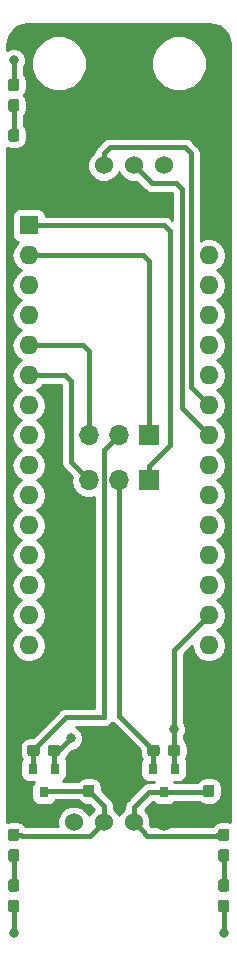
<source format=gbr>
G04 #@! TF.GenerationSoftware,KiCad,Pcbnew,(5.0.2)-1*
G04 #@! TF.CreationDate,2019-04-17T18:19:44-05:00*
G04 #@! TF.ProjectId,ArduinoNanoInterface_Hardware,41726475-696e-46f4-9e61-6e6f496e7465,rev?*
G04 #@! TF.SameCoordinates,Original*
G04 #@! TF.FileFunction,Copper,L1,Top*
G04 #@! TF.FilePolarity,Positive*
%FSLAX46Y46*%
G04 Gerber Fmt 4.6, Leading zero omitted, Abs format (unit mm)*
G04 Created by KiCad (PCBNEW (5.0.2)-1) date 4/17/2019 6:19:44 PM*
%MOMM*%
%LPD*%
G01*
G04 APERTURE LIST*
G04 #@! TA.AperFunction,ComponentPad*
%ADD10O,1.700000X1.700000*%
G04 #@! TD*
G04 #@! TA.AperFunction,ComponentPad*
%ADD11R,1.700000X1.700000*%
G04 #@! TD*
G04 #@! TA.AperFunction,ComponentPad*
%ADD12R,1.600000X1.600000*%
G04 #@! TD*
G04 #@! TA.AperFunction,ComponentPad*
%ADD13O,1.600000X1.600000*%
G04 #@! TD*
G04 #@! TA.AperFunction,ComponentPad*
%ADD14C,1.524000*%
G04 #@! TD*
G04 #@! TA.AperFunction,Conductor*
%ADD15C,0.100000*%
G04 #@! TD*
G04 #@! TA.AperFunction,SMDPad,CuDef*
%ADD16C,0.950000*%
G04 #@! TD*
G04 #@! TA.AperFunction,SMDPad,CuDef*
%ADD17R,0.800000X0.900000*%
G04 #@! TD*
G04 #@! TA.AperFunction,ViaPad*
%ADD18C,0.800000*%
G04 #@! TD*
G04 #@! TA.AperFunction,Conductor*
%ADD19C,0.381000*%
G04 #@! TD*
G04 #@! TA.AperFunction,Conductor*
%ADD20C,0.254000*%
G04 #@! TD*
G04 APERTURE END LIST*
D10*
G04 #@! TO.P,JP1,3*
G04 #@! TO.N,SW_Rx*
X91440000Y-93980000D03*
G04 #@! TO.P,JP1,2*
G04 #@! TO.N,NanoRx*
X93980000Y-93980000D03*
D11*
G04 #@! TO.P,JP1,1*
G04 #@! TO.N,HW_Rx*
X96520000Y-93980000D03*
G04 #@! TD*
D10*
G04 #@! TO.P,JP2,3*
G04 #@! TO.N,SW_Tx*
X91440000Y-97790000D03*
G04 #@! TO.P,JP2,2*
G04 #@! TO.N,NanoTx*
X93980000Y-97790000D03*
D11*
G04 #@! TO.P,JP2,1*
G04 #@! TO.N,HW_Tx*
X96520000Y-97790000D03*
G04 #@! TD*
D12*
G04 #@! TO.P,A1,1*
G04 #@! TO.N,HW_Tx*
X86360000Y-76200000D03*
D13*
G04 #@! TO.P,A1,17*
G04 #@! TO.N,+3V3*
X101600000Y-109220000D03*
G04 #@! TO.P,A1,2*
G04 #@! TO.N,HW_Rx*
X86360000Y-78740000D03*
G04 #@! TO.P,A1,18*
G04 #@! TO.N,Net-(A1-Pad18)*
X101600000Y-106680000D03*
G04 #@! TO.P,A1,3*
G04 #@! TO.N,Net-(A1-Pad3)*
X86360000Y-81280000D03*
G04 #@! TO.P,A1,19*
G04 #@! TO.N,Net-(A1-Pad19)*
X101600000Y-104140000D03*
G04 #@! TO.P,A1,4*
G04 #@! TO.N,GND*
X86360000Y-83820000D03*
G04 #@! TO.P,A1,20*
G04 #@! TO.N,Net-(A1-Pad20)*
X101600000Y-101600000D03*
G04 #@! TO.P,A1,5*
G04 #@! TO.N,SW_Rx*
X86360000Y-86360000D03*
G04 #@! TO.P,A1,21*
G04 #@! TO.N,Net-(A1-Pad21)*
X101600000Y-99060000D03*
G04 #@! TO.P,A1,6*
G04 #@! TO.N,SW_Tx*
X86360000Y-88900000D03*
G04 #@! TO.P,A1,22*
G04 #@! TO.N,Net-(A1-Pad22)*
X101600000Y-96520000D03*
G04 #@! TO.P,A1,7*
G04 #@! TO.N,Net-(A1-Pad7)*
X86360000Y-91440000D03*
G04 #@! TO.P,A1,23*
G04 #@! TO.N,SDA*
X101600000Y-93980000D03*
G04 #@! TO.P,A1,8*
G04 #@! TO.N,Net-(A1-Pad8)*
X86360000Y-93980000D03*
G04 #@! TO.P,A1,24*
G04 #@! TO.N,SCL*
X101600000Y-91440000D03*
G04 #@! TO.P,A1,9*
G04 #@! TO.N,Net-(A1-Pad9)*
X86360000Y-96520000D03*
G04 #@! TO.P,A1,25*
G04 #@! TO.N,Net-(A1-Pad25)*
X101600000Y-88900000D03*
G04 #@! TO.P,A1,10*
G04 #@! TO.N,Net-(A1-Pad10)*
X86360000Y-99060000D03*
G04 #@! TO.P,A1,26*
G04 #@! TO.N,Net-(A1-Pad26)*
X101600000Y-86360000D03*
G04 #@! TO.P,A1,11*
G04 #@! TO.N,Net-(A1-Pad11)*
X86360000Y-101600000D03*
G04 #@! TO.P,A1,27*
G04 #@! TO.N,Net-(A1-Pad27)*
X101600000Y-83820000D03*
G04 #@! TO.P,A1,12*
G04 #@! TO.N,Net-(A1-Pad12)*
X86360000Y-104140000D03*
G04 #@! TO.P,A1,28*
G04 #@! TO.N,Net-(A1-Pad28)*
X101600000Y-81280000D03*
G04 #@! TO.P,A1,13*
G04 #@! TO.N,Net-(A1-Pad13)*
X86360000Y-106680000D03*
G04 #@! TO.P,A1,29*
G04 #@! TO.N,GND*
X101600000Y-78740000D03*
G04 #@! TO.P,A1,14*
G04 #@! TO.N,Net-(A1-Pad14)*
X86360000Y-109220000D03*
G04 #@! TO.P,A1,30*
G04 #@! TO.N,+5V*
X101600000Y-76200000D03*
G04 #@! TO.P,A1,15*
G04 #@! TO.N,Net-(A1-Pad15)*
X86360000Y-111760000D03*
G04 #@! TO.P,A1,16*
G04 #@! TO.N,Net-(A1-Pad16)*
X101600000Y-111760000D03*
G04 #@! TD*
D14*
G04 #@! TO.P,Conn1,4*
G04 #@! TO.N,GND*
X97790000Y-71120000D03*
G04 #@! TO.P,Conn1,3*
G04 #@! TO.N,SDA*
X95250000Y-71120000D03*
G04 #@! TO.P,Conn1,2*
G04 #@! TO.N,SCL*
X92710000Y-71120000D03*
G04 #@! TO.P,Conn1,1*
G04 #@! TO.N,+5V*
X90170000Y-71120000D03*
G04 #@! TD*
G04 #@! TO.P,Conn2,1*
G04 #@! TO.N,+5V*
X97790000Y-126746000D03*
G04 #@! TO.P,Conn2,2*
G04 #@! TO.N,Tx*
X95250000Y-126746000D03*
G04 #@! TO.P,Conn2,3*
G04 #@! TO.N,Rx*
X92710000Y-126746000D03*
G04 #@! TO.P,Conn2,4*
G04 #@! TO.N,GND*
X90170000Y-126746000D03*
G04 #@! TD*
D15*
G04 #@! TO.N,GND*
G04 #@! TO.C,D1*
G36*
X85350779Y-63766144D02*
X85373834Y-63769563D01*
X85396443Y-63775227D01*
X85418387Y-63783079D01*
X85439457Y-63793044D01*
X85459448Y-63805026D01*
X85478168Y-63818910D01*
X85495438Y-63834562D01*
X85511090Y-63851832D01*
X85524974Y-63870552D01*
X85536956Y-63890543D01*
X85546921Y-63911613D01*
X85554773Y-63933557D01*
X85560437Y-63956166D01*
X85563856Y-63979221D01*
X85565000Y-64002500D01*
X85565000Y-64577500D01*
X85563856Y-64600779D01*
X85560437Y-64623834D01*
X85554773Y-64646443D01*
X85546921Y-64668387D01*
X85536956Y-64689457D01*
X85524974Y-64709448D01*
X85511090Y-64728168D01*
X85495438Y-64745438D01*
X85478168Y-64761090D01*
X85459448Y-64774974D01*
X85439457Y-64786956D01*
X85418387Y-64796921D01*
X85396443Y-64804773D01*
X85373834Y-64810437D01*
X85350779Y-64813856D01*
X85327500Y-64815000D01*
X84852500Y-64815000D01*
X84829221Y-64813856D01*
X84806166Y-64810437D01*
X84783557Y-64804773D01*
X84761613Y-64796921D01*
X84740543Y-64786956D01*
X84720552Y-64774974D01*
X84701832Y-64761090D01*
X84684562Y-64745438D01*
X84668910Y-64728168D01*
X84655026Y-64709448D01*
X84643044Y-64689457D01*
X84633079Y-64668387D01*
X84625227Y-64646443D01*
X84619563Y-64623834D01*
X84616144Y-64600779D01*
X84615000Y-64577500D01*
X84615000Y-64002500D01*
X84616144Y-63979221D01*
X84619563Y-63956166D01*
X84625227Y-63933557D01*
X84633079Y-63911613D01*
X84643044Y-63890543D01*
X84655026Y-63870552D01*
X84668910Y-63851832D01*
X84684562Y-63834562D01*
X84701832Y-63818910D01*
X84720552Y-63805026D01*
X84740543Y-63793044D01*
X84761613Y-63783079D01*
X84783557Y-63775227D01*
X84806166Y-63769563D01*
X84829221Y-63766144D01*
X84852500Y-63765000D01*
X85327500Y-63765000D01*
X85350779Y-63766144D01*
X85350779Y-63766144D01*
G37*
D16*
G04 #@! TD*
G04 #@! TO.P,D1,1*
G04 #@! TO.N,GND*
X85090000Y-64290000D03*
D15*
G04 #@! TO.N,Net-(D1-Pad2)*
G04 #@! TO.C,D1*
G36*
X85350779Y-65516144D02*
X85373834Y-65519563D01*
X85396443Y-65525227D01*
X85418387Y-65533079D01*
X85439457Y-65543044D01*
X85459448Y-65555026D01*
X85478168Y-65568910D01*
X85495438Y-65584562D01*
X85511090Y-65601832D01*
X85524974Y-65620552D01*
X85536956Y-65640543D01*
X85546921Y-65661613D01*
X85554773Y-65683557D01*
X85560437Y-65706166D01*
X85563856Y-65729221D01*
X85565000Y-65752500D01*
X85565000Y-66327500D01*
X85563856Y-66350779D01*
X85560437Y-66373834D01*
X85554773Y-66396443D01*
X85546921Y-66418387D01*
X85536956Y-66439457D01*
X85524974Y-66459448D01*
X85511090Y-66478168D01*
X85495438Y-66495438D01*
X85478168Y-66511090D01*
X85459448Y-66524974D01*
X85439457Y-66536956D01*
X85418387Y-66546921D01*
X85396443Y-66554773D01*
X85373834Y-66560437D01*
X85350779Y-66563856D01*
X85327500Y-66565000D01*
X84852500Y-66565000D01*
X84829221Y-66563856D01*
X84806166Y-66560437D01*
X84783557Y-66554773D01*
X84761613Y-66546921D01*
X84740543Y-66536956D01*
X84720552Y-66524974D01*
X84701832Y-66511090D01*
X84684562Y-66495438D01*
X84668910Y-66478168D01*
X84655026Y-66459448D01*
X84643044Y-66439457D01*
X84633079Y-66418387D01*
X84625227Y-66396443D01*
X84619563Y-66373834D01*
X84616144Y-66350779D01*
X84615000Y-66327500D01*
X84615000Y-65752500D01*
X84616144Y-65729221D01*
X84619563Y-65706166D01*
X84625227Y-65683557D01*
X84633079Y-65661613D01*
X84643044Y-65640543D01*
X84655026Y-65620552D01*
X84668910Y-65601832D01*
X84684562Y-65584562D01*
X84701832Y-65568910D01*
X84720552Y-65555026D01*
X84740543Y-65543044D01*
X84761613Y-65533079D01*
X84783557Y-65525227D01*
X84806166Y-65519563D01*
X84829221Y-65516144D01*
X84852500Y-65515000D01*
X85327500Y-65515000D01*
X85350779Y-65516144D01*
X85350779Y-65516144D01*
G37*
D16*
G04 #@! TD*
G04 #@! TO.P,D1,2*
G04 #@! TO.N,Net-(D1-Pad2)*
X85090000Y-66040000D03*
D15*
G04 #@! TO.N,Net-(D2-Pad2)*
G04 #@! TO.C,D2*
G36*
X103130779Y-131556144D02*
X103153834Y-131559563D01*
X103176443Y-131565227D01*
X103198387Y-131573079D01*
X103219457Y-131583044D01*
X103239448Y-131595026D01*
X103258168Y-131608910D01*
X103275438Y-131624562D01*
X103291090Y-131641832D01*
X103304974Y-131660552D01*
X103316956Y-131680543D01*
X103326921Y-131701613D01*
X103334773Y-131723557D01*
X103340437Y-131746166D01*
X103343856Y-131769221D01*
X103345000Y-131792500D01*
X103345000Y-132367500D01*
X103343856Y-132390779D01*
X103340437Y-132413834D01*
X103334773Y-132436443D01*
X103326921Y-132458387D01*
X103316956Y-132479457D01*
X103304974Y-132499448D01*
X103291090Y-132518168D01*
X103275438Y-132535438D01*
X103258168Y-132551090D01*
X103239448Y-132564974D01*
X103219457Y-132576956D01*
X103198387Y-132586921D01*
X103176443Y-132594773D01*
X103153834Y-132600437D01*
X103130779Y-132603856D01*
X103107500Y-132605000D01*
X102632500Y-132605000D01*
X102609221Y-132603856D01*
X102586166Y-132600437D01*
X102563557Y-132594773D01*
X102541613Y-132586921D01*
X102520543Y-132576956D01*
X102500552Y-132564974D01*
X102481832Y-132551090D01*
X102464562Y-132535438D01*
X102448910Y-132518168D01*
X102435026Y-132499448D01*
X102423044Y-132479457D01*
X102413079Y-132458387D01*
X102405227Y-132436443D01*
X102399563Y-132413834D01*
X102396144Y-132390779D01*
X102395000Y-132367500D01*
X102395000Y-131792500D01*
X102396144Y-131769221D01*
X102399563Y-131746166D01*
X102405227Y-131723557D01*
X102413079Y-131701613D01*
X102423044Y-131680543D01*
X102435026Y-131660552D01*
X102448910Y-131641832D01*
X102464562Y-131624562D01*
X102481832Y-131608910D01*
X102500552Y-131595026D01*
X102520543Y-131583044D01*
X102541613Y-131573079D01*
X102563557Y-131565227D01*
X102586166Y-131559563D01*
X102609221Y-131556144D01*
X102632500Y-131555000D01*
X103107500Y-131555000D01*
X103130779Y-131556144D01*
X103130779Y-131556144D01*
G37*
D16*
G04 #@! TD*
G04 #@! TO.P,D2,2*
G04 #@! TO.N,Net-(D2-Pad2)*
X102870000Y-132080000D03*
D15*
G04 #@! TO.N,GND*
G04 #@! TO.C,D2*
G36*
X103130779Y-133306144D02*
X103153834Y-133309563D01*
X103176443Y-133315227D01*
X103198387Y-133323079D01*
X103219457Y-133333044D01*
X103239448Y-133345026D01*
X103258168Y-133358910D01*
X103275438Y-133374562D01*
X103291090Y-133391832D01*
X103304974Y-133410552D01*
X103316956Y-133430543D01*
X103326921Y-133451613D01*
X103334773Y-133473557D01*
X103340437Y-133496166D01*
X103343856Y-133519221D01*
X103345000Y-133542500D01*
X103345000Y-134117500D01*
X103343856Y-134140779D01*
X103340437Y-134163834D01*
X103334773Y-134186443D01*
X103326921Y-134208387D01*
X103316956Y-134229457D01*
X103304974Y-134249448D01*
X103291090Y-134268168D01*
X103275438Y-134285438D01*
X103258168Y-134301090D01*
X103239448Y-134314974D01*
X103219457Y-134326956D01*
X103198387Y-134336921D01*
X103176443Y-134344773D01*
X103153834Y-134350437D01*
X103130779Y-134353856D01*
X103107500Y-134355000D01*
X102632500Y-134355000D01*
X102609221Y-134353856D01*
X102586166Y-134350437D01*
X102563557Y-134344773D01*
X102541613Y-134336921D01*
X102520543Y-134326956D01*
X102500552Y-134314974D01*
X102481832Y-134301090D01*
X102464562Y-134285438D01*
X102448910Y-134268168D01*
X102435026Y-134249448D01*
X102423044Y-134229457D01*
X102413079Y-134208387D01*
X102405227Y-134186443D01*
X102399563Y-134163834D01*
X102396144Y-134140779D01*
X102395000Y-134117500D01*
X102395000Y-133542500D01*
X102396144Y-133519221D01*
X102399563Y-133496166D01*
X102405227Y-133473557D01*
X102413079Y-133451613D01*
X102423044Y-133430543D01*
X102435026Y-133410552D01*
X102448910Y-133391832D01*
X102464562Y-133374562D01*
X102481832Y-133358910D01*
X102500552Y-133345026D01*
X102520543Y-133333044D01*
X102541613Y-133323079D01*
X102563557Y-133315227D01*
X102586166Y-133309563D01*
X102609221Y-133306144D01*
X102632500Y-133305000D01*
X103107500Y-133305000D01*
X103130779Y-133306144D01*
X103130779Y-133306144D01*
G37*
D16*
G04 #@! TD*
G04 #@! TO.P,D2,1*
G04 #@! TO.N,GND*
X102870000Y-133830000D03*
D15*
G04 #@! TO.N,GND*
G04 #@! TO.C,D3*
G36*
X85350779Y-133306144D02*
X85373834Y-133309563D01*
X85396443Y-133315227D01*
X85418387Y-133323079D01*
X85439457Y-133333044D01*
X85459448Y-133345026D01*
X85478168Y-133358910D01*
X85495438Y-133374562D01*
X85511090Y-133391832D01*
X85524974Y-133410552D01*
X85536956Y-133430543D01*
X85546921Y-133451613D01*
X85554773Y-133473557D01*
X85560437Y-133496166D01*
X85563856Y-133519221D01*
X85565000Y-133542500D01*
X85565000Y-134117500D01*
X85563856Y-134140779D01*
X85560437Y-134163834D01*
X85554773Y-134186443D01*
X85546921Y-134208387D01*
X85536956Y-134229457D01*
X85524974Y-134249448D01*
X85511090Y-134268168D01*
X85495438Y-134285438D01*
X85478168Y-134301090D01*
X85459448Y-134314974D01*
X85439457Y-134326956D01*
X85418387Y-134336921D01*
X85396443Y-134344773D01*
X85373834Y-134350437D01*
X85350779Y-134353856D01*
X85327500Y-134355000D01*
X84852500Y-134355000D01*
X84829221Y-134353856D01*
X84806166Y-134350437D01*
X84783557Y-134344773D01*
X84761613Y-134336921D01*
X84740543Y-134326956D01*
X84720552Y-134314974D01*
X84701832Y-134301090D01*
X84684562Y-134285438D01*
X84668910Y-134268168D01*
X84655026Y-134249448D01*
X84643044Y-134229457D01*
X84633079Y-134208387D01*
X84625227Y-134186443D01*
X84619563Y-134163834D01*
X84616144Y-134140779D01*
X84615000Y-134117500D01*
X84615000Y-133542500D01*
X84616144Y-133519221D01*
X84619563Y-133496166D01*
X84625227Y-133473557D01*
X84633079Y-133451613D01*
X84643044Y-133430543D01*
X84655026Y-133410552D01*
X84668910Y-133391832D01*
X84684562Y-133374562D01*
X84701832Y-133358910D01*
X84720552Y-133345026D01*
X84740543Y-133333044D01*
X84761613Y-133323079D01*
X84783557Y-133315227D01*
X84806166Y-133309563D01*
X84829221Y-133306144D01*
X84852500Y-133305000D01*
X85327500Y-133305000D01*
X85350779Y-133306144D01*
X85350779Y-133306144D01*
G37*
D16*
G04 #@! TD*
G04 #@! TO.P,D3,1*
G04 #@! TO.N,GND*
X85090000Y-133830000D03*
D15*
G04 #@! TO.N,Net-(D3-Pad2)*
G04 #@! TO.C,D3*
G36*
X85350779Y-131556144D02*
X85373834Y-131559563D01*
X85396443Y-131565227D01*
X85418387Y-131573079D01*
X85439457Y-131583044D01*
X85459448Y-131595026D01*
X85478168Y-131608910D01*
X85495438Y-131624562D01*
X85511090Y-131641832D01*
X85524974Y-131660552D01*
X85536956Y-131680543D01*
X85546921Y-131701613D01*
X85554773Y-131723557D01*
X85560437Y-131746166D01*
X85563856Y-131769221D01*
X85565000Y-131792500D01*
X85565000Y-132367500D01*
X85563856Y-132390779D01*
X85560437Y-132413834D01*
X85554773Y-132436443D01*
X85546921Y-132458387D01*
X85536956Y-132479457D01*
X85524974Y-132499448D01*
X85511090Y-132518168D01*
X85495438Y-132535438D01*
X85478168Y-132551090D01*
X85459448Y-132564974D01*
X85439457Y-132576956D01*
X85418387Y-132586921D01*
X85396443Y-132594773D01*
X85373834Y-132600437D01*
X85350779Y-132603856D01*
X85327500Y-132605000D01*
X84852500Y-132605000D01*
X84829221Y-132603856D01*
X84806166Y-132600437D01*
X84783557Y-132594773D01*
X84761613Y-132586921D01*
X84740543Y-132576956D01*
X84720552Y-132564974D01*
X84701832Y-132551090D01*
X84684562Y-132535438D01*
X84668910Y-132518168D01*
X84655026Y-132499448D01*
X84643044Y-132479457D01*
X84633079Y-132458387D01*
X84625227Y-132436443D01*
X84619563Y-132413834D01*
X84616144Y-132390779D01*
X84615000Y-132367500D01*
X84615000Y-131792500D01*
X84616144Y-131769221D01*
X84619563Y-131746166D01*
X84625227Y-131723557D01*
X84633079Y-131701613D01*
X84643044Y-131680543D01*
X84655026Y-131660552D01*
X84668910Y-131641832D01*
X84684562Y-131624562D01*
X84701832Y-131608910D01*
X84720552Y-131595026D01*
X84740543Y-131583044D01*
X84761613Y-131573079D01*
X84783557Y-131565227D01*
X84806166Y-131559563D01*
X84829221Y-131556144D01*
X84852500Y-131555000D01*
X85327500Y-131555000D01*
X85350779Y-131556144D01*
X85350779Y-131556144D01*
G37*
D16*
G04 #@! TD*
G04 #@! TO.P,D3,2*
G04 #@! TO.N,Net-(D3-Pad2)*
X85090000Y-132080000D03*
D17*
G04 #@! TO.P,Q1,1*
G04 #@! TO.N,+3V3*
X98740000Y-122190000D03*
G04 #@! TO.P,Q1,2*
G04 #@! TO.N,NanoTx*
X96840000Y-122190000D03*
G04 #@! TO.P,Q1,3*
G04 #@! TO.N,Tx*
X97790000Y-124190000D03*
G04 #@! TD*
G04 #@! TO.P,Q2,3*
G04 #@! TO.N,Rx*
X87630000Y-124190000D03*
G04 #@! TO.P,Q2,2*
G04 #@! TO.N,NanoRx*
X86680000Y-122190000D03*
G04 #@! TO.P,Q2,1*
G04 #@! TO.N,+3V3*
X88580000Y-122190000D03*
G04 #@! TD*
D15*
G04 #@! TO.N,NanoTx*
G04 #@! TO.C,R1*
G36*
X97225779Y-120176144D02*
X97248834Y-120179563D01*
X97271443Y-120185227D01*
X97293387Y-120193079D01*
X97314457Y-120203044D01*
X97334448Y-120215026D01*
X97353168Y-120228910D01*
X97370438Y-120244562D01*
X97386090Y-120261832D01*
X97399974Y-120280552D01*
X97411956Y-120300543D01*
X97421921Y-120321613D01*
X97429773Y-120343557D01*
X97435437Y-120366166D01*
X97438856Y-120389221D01*
X97440000Y-120412500D01*
X97440000Y-120887500D01*
X97438856Y-120910779D01*
X97435437Y-120933834D01*
X97429773Y-120956443D01*
X97421921Y-120978387D01*
X97411956Y-120999457D01*
X97399974Y-121019448D01*
X97386090Y-121038168D01*
X97370438Y-121055438D01*
X97353168Y-121071090D01*
X97334448Y-121084974D01*
X97314457Y-121096956D01*
X97293387Y-121106921D01*
X97271443Y-121114773D01*
X97248834Y-121120437D01*
X97225779Y-121123856D01*
X97202500Y-121125000D01*
X96627500Y-121125000D01*
X96604221Y-121123856D01*
X96581166Y-121120437D01*
X96558557Y-121114773D01*
X96536613Y-121106921D01*
X96515543Y-121096956D01*
X96495552Y-121084974D01*
X96476832Y-121071090D01*
X96459562Y-121055438D01*
X96443910Y-121038168D01*
X96430026Y-121019448D01*
X96418044Y-120999457D01*
X96408079Y-120978387D01*
X96400227Y-120956443D01*
X96394563Y-120933834D01*
X96391144Y-120910779D01*
X96390000Y-120887500D01*
X96390000Y-120412500D01*
X96391144Y-120389221D01*
X96394563Y-120366166D01*
X96400227Y-120343557D01*
X96408079Y-120321613D01*
X96418044Y-120300543D01*
X96430026Y-120280552D01*
X96443910Y-120261832D01*
X96459562Y-120244562D01*
X96476832Y-120228910D01*
X96495552Y-120215026D01*
X96515543Y-120203044D01*
X96536613Y-120193079D01*
X96558557Y-120185227D01*
X96581166Y-120179563D01*
X96604221Y-120176144D01*
X96627500Y-120175000D01*
X97202500Y-120175000D01*
X97225779Y-120176144D01*
X97225779Y-120176144D01*
G37*
D16*
G04 #@! TD*
G04 #@! TO.P,R1,2*
G04 #@! TO.N,NanoTx*
X96915000Y-120650000D03*
D15*
G04 #@! TO.N,+3V3*
G04 #@! TO.C,R1*
G36*
X98975779Y-120176144D02*
X98998834Y-120179563D01*
X99021443Y-120185227D01*
X99043387Y-120193079D01*
X99064457Y-120203044D01*
X99084448Y-120215026D01*
X99103168Y-120228910D01*
X99120438Y-120244562D01*
X99136090Y-120261832D01*
X99149974Y-120280552D01*
X99161956Y-120300543D01*
X99171921Y-120321613D01*
X99179773Y-120343557D01*
X99185437Y-120366166D01*
X99188856Y-120389221D01*
X99190000Y-120412500D01*
X99190000Y-120887500D01*
X99188856Y-120910779D01*
X99185437Y-120933834D01*
X99179773Y-120956443D01*
X99171921Y-120978387D01*
X99161956Y-120999457D01*
X99149974Y-121019448D01*
X99136090Y-121038168D01*
X99120438Y-121055438D01*
X99103168Y-121071090D01*
X99084448Y-121084974D01*
X99064457Y-121096956D01*
X99043387Y-121106921D01*
X99021443Y-121114773D01*
X98998834Y-121120437D01*
X98975779Y-121123856D01*
X98952500Y-121125000D01*
X98377500Y-121125000D01*
X98354221Y-121123856D01*
X98331166Y-121120437D01*
X98308557Y-121114773D01*
X98286613Y-121106921D01*
X98265543Y-121096956D01*
X98245552Y-121084974D01*
X98226832Y-121071090D01*
X98209562Y-121055438D01*
X98193910Y-121038168D01*
X98180026Y-121019448D01*
X98168044Y-120999457D01*
X98158079Y-120978387D01*
X98150227Y-120956443D01*
X98144563Y-120933834D01*
X98141144Y-120910779D01*
X98140000Y-120887500D01*
X98140000Y-120412500D01*
X98141144Y-120389221D01*
X98144563Y-120366166D01*
X98150227Y-120343557D01*
X98158079Y-120321613D01*
X98168044Y-120300543D01*
X98180026Y-120280552D01*
X98193910Y-120261832D01*
X98209562Y-120244562D01*
X98226832Y-120228910D01*
X98245552Y-120215026D01*
X98265543Y-120203044D01*
X98286613Y-120193079D01*
X98308557Y-120185227D01*
X98331166Y-120179563D01*
X98354221Y-120176144D01*
X98377500Y-120175000D01*
X98952500Y-120175000D01*
X98975779Y-120176144D01*
X98975779Y-120176144D01*
G37*
D16*
G04 #@! TD*
G04 #@! TO.P,R1,1*
G04 #@! TO.N,+3V3*
X98665000Y-120650000D03*
D15*
G04 #@! TO.N,+3V3*
G04 #@! TO.C,R2*
G36*
X88815779Y-120176144D02*
X88838834Y-120179563D01*
X88861443Y-120185227D01*
X88883387Y-120193079D01*
X88904457Y-120203044D01*
X88924448Y-120215026D01*
X88943168Y-120228910D01*
X88960438Y-120244562D01*
X88976090Y-120261832D01*
X88989974Y-120280552D01*
X89001956Y-120300543D01*
X89011921Y-120321613D01*
X89019773Y-120343557D01*
X89025437Y-120366166D01*
X89028856Y-120389221D01*
X89030000Y-120412500D01*
X89030000Y-120887500D01*
X89028856Y-120910779D01*
X89025437Y-120933834D01*
X89019773Y-120956443D01*
X89011921Y-120978387D01*
X89001956Y-120999457D01*
X88989974Y-121019448D01*
X88976090Y-121038168D01*
X88960438Y-121055438D01*
X88943168Y-121071090D01*
X88924448Y-121084974D01*
X88904457Y-121096956D01*
X88883387Y-121106921D01*
X88861443Y-121114773D01*
X88838834Y-121120437D01*
X88815779Y-121123856D01*
X88792500Y-121125000D01*
X88217500Y-121125000D01*
X88194221Y-121123856D01*
X88171166Y-121120437D01*
X88148557Y-121114773D01*
X88126613Y-121106921D01*
X88105543Y-121096956D01*
X88085552Y-121084974D01*
X88066832Y-121071090D01*
X88049562Y-121055438D01*
X88033910Y-121038168D01*
X88020026Y-121019448D01*
X88008044Y-120999457D01*
X87998079Y-120978387D01*
X87990227Y-120956443D01*
X87984563Y-120933834D01*
X87981144Y-120910779D01*
X87980000Y-120887500D01*
X87980000Y-120412500D01*
X87981144Y-120389221D01*
X87984563Y-120366166D01*
X87990227Y-120343557D01*
X87998079Y-120321613D01*
X88008044Y-120300543D01*
X88020026Y-120280552D01*
X88033910Y-120261832D01*
X88049562Y-120244562D01*
X88066832Y-120228910D01*
X88085552Y-120215026D01*
X88105543Y-120203044D01*
X88126613Y-120193079D01*
X88148557Y-120185227D01*
X88171166Y-120179563D01*
X88194221Y-120176144D01*
X88217500Y-120175000D01*
X88792500Y-120175000D01*
X88815779Y-120176144D01*
X88815779Y-120176144D01*
G37*
D16*
G04 #@! TD*
G04 #@! TO.P,R2,1*
G04 #@! TO.N,+3V3*
X88505000Y-120650000D03*
D15*
G04 #@! TO.N,NanoRx*
G04 #@! TO.C,R2*
G36*
X87065779Y-120176144D02*
X87088834Y-120179563D01*
X87111443Y-120185227D01*
X87133387Y-120193079D01*
X87154457Y-120203044D01*
X87174448Y-120215026D01*
X87193168Y-120228910D01*
X87210438Y-120244562D01*
X87226090Y-120261832D01*
X87239974Y-120280552D01*
X87251956Y-120300543D01*
X87261921Y-120321613D01*
X87269773Y-120343557D01*
X87275437Y-120366166D01*
X87278856Y-120389221D01*
X87280000Y-120412500D01*
X87280000Y-120887500D01*
X87278856Y-120910779D01*
X87275437Y-120933834D01*
X87269773Y-120956443D01*
X87261921Y-120978387D01*
X87251956Y-120999457D01*
X87239974Y-121019448D01*
X87226090Y-121038168D01*
X87210438Y-121055438D01*
X87193168Y-121071090D01*
X87174448Y-121084974D01*
X87154457Y-121096956D01*
X87133387Y-121106921D01*
X87111443Y-121114773D01*
X87088834Y-121120437D01*
X87065779Y-121123856D01*
X87042500Y-121125000D01*
X86467500Y-121125000D01*
X86444221Y-121123856D01*
X86421166Y-121120437D01*
X86398557Y-121114773D01*
X86376613Y-121106921D01*
X86355543Y-121096956D01*
X86335552Y-121084974D01*
X86316832Y-121071090D01*
X86299562Y-121055438D01*
X86283910Y-121038168D01*
X86270026Y-121019448D01*
X86258044Y-120999457D01*
X86248079Y-120978387D01*
X86240227Y-120956443D01*
X86234563Y-120933834D01*
X86231144Y-120910779D01*
X86230000Y-120887500D01*
X86230000Y-120412500D01*
X86231144Y-120389221D01*
X86234563Y-120366166D01*
X86240227Y-120343557D01*
X86248079Y-120321613D01*
X86258044Y-120300543D01*
X86270026Y-120280552D01*
X86283910Y-120261832D01*
X86299562Y-120244562D01*
X86316832Y-120228910D01*
X86335552Y-120215026D01*
X86355543Y-120203044D01*
X86376613Y-120193079D01*
X86398557Y-120185227D01*
X86421166Y-120179563D01*
X86444221Y-120176144D01*
X86467500Y-120175000D01*
X87042500Y-120175000D01*
X87065779Y-120176144D01*
X87065779Y-120176144D01*
G37*
D16*
G04 #@! TD*
G04 #@! TO.P,R2,2*
G04 #@! TO.N,NanoRx*
X86755000Y-120650000D03*
D15*
G04 #@! TO.N,+5V*
G04 #@! TO.C,R3*
G36*
X101860779Y-121791144D02*
X101883834Y-121794563D01*
X101906443Y-121800227D01*
X101928387Y-121808079D01*
X101949457Y-121818044D01*
X101969448Y-121830026D01*
X101988168Y-121843910D01*
X102005438Y-121859562D01*
X102021090Y-121876832D01*
X102034974Y-121895552D01*
X102046956Y-121915543D01*
X102056921Y-121936613D01*
X102064773Y-121958557D01*
X102070437Y-121981166D01*
X102073856Y-122004221D01*
X102075000Y-122027500D01*
X102075000Y-122602500D01*
X102073856Y-122625779D01*
X102070437Y-122648834D01*
X102064773Y-122671443D01*
X102056921Y-122693387D01*
X102046956Y-122714457D01*
X102034974Y-122734448D01*
X102021090Y-122753168D01*
X102005438Y-122770438D01*
X101988168Y-122786090D01*
X101969448Y-122799974D01*
X101949457Y-122811956D01*
X101928387Y-122821921D01*
X101906443Y-122829773D01*
X101883834Y-122835437D01*
X101860779Y-122838856D01*
X101837500Y-122840000D01*
X101362500Y-122840000D01*
X101339221Y-122838856D01*
X101316166Y-122835437D01*
X101293557Y-122829773D01*
X101271613Y-122821921D01*
X101250543Y-122811956D01*
X101230552Y-122799974D01*
X101211832Y-122786090D01*
X101194562Y-122770438D01*
X101178910Y-122753168D01*
X101165026Y-122734448D01*
X101153044Y-122714457D01*
X101143079Y-122693387D01*
X101135227Y-122671443D01*
X101129563Y-122648834D01*
X101126144Y-122625779D01*
X101125000Y-122602500D01*
X101125000Y-122027500D01*
X101126144Y-122004221D01*
X101129563Y-121981166D01*
X101135227Y-121958557D01*
X101143079Y-121936613D01*
X101153044Y-121915543D01*
X101165026Y-121895552D01*
X101178910Y-121876832D01*
X101194562Y-121859562D01*
X101211832Y-121843910D01*
X101230552Y-121830026D01*
X101250543Y-121818044D01*
X101271613Y-121808079D01*
X101293557Y-121800227D01*
X101316166Y-121794563D01*
X101339221Y-121791144D01*
X101362500Y-121790000D01*
X101837500Y-121790000D01*
X101860779Y-121791144D01*
X101860779Y-121791144D01*
G37*
D16*
G04 #@! TD*
G04 #@! TO.P,R3,1*
G04 #@! TO.N,+5V*
X101600000Y-122315000D03*
D15*
G04 #@! TO.N,Tx*
G04 #@! TO.C,R3*
G36*
X101860779Y-123541144D02*
X101883834Y-123544563D01*
X101906443Y-123550227D01*
X101928387Y-123558079D01*
X101949457Y-123568044D01*
X101969448Y-123580026D01*
X101988168Y-123593910D01*
X102005438Y-123609562D01*
X102021090Y-123626832D01*
X102034974Y-123645552D01*
X102046956Y-123665543D01*
X102056921Y-123686613D01*
X102064773Y-123708557D01*
X102070437Y-123731166D01*
X102073856Y-123754221D01*
X102075000Y-123777500D01*
X102075000Y-124352500D01*
X102073856Y-124375779D01*
X102070437Y-124398834D01*
X102064773Y-124421443D01*
X102056921Y-124443387D01*
X102046956Y-124464457D01*
X102034974Y-124484448D01*
X102021090Y-124503168D01*
X102005438Y-124520438D01*
X101988168Y-124536090D01*
X101969448Y-124549974D01*
X101949457Y-124561956D01*
X101928387Y-124571921D01*
X101906443Y-124579773D01*
X101883834Y-124585437D01*
X101860779Y-124588856D01*
X101837500Y-124590000D01*
X101362500Y-124590000D01*
X101339221Y-124588856D01*
X101316166Y-124585437D01*
X101293557Y-124579773D01*
X101271613Y-124571921D01*
X101250543Y-124561956D01*
X101230552Y-124549974D01*
X101211832Y-124536090D01*
X101194562Y-124520438D01*
X101178910Y-124503168D01*
X101165026Y-124484448D01*
X101153044Y-124464457D01*
X101143079Y-124443387D01*
X101135227Y-124421443D01*
X101129563Y-124398834D01*
X101126144Y-124375779D01*
X101125000Y-124352500D01*
X101125000Y-123777500D01*
X101126144Y-123754221D01*
X101129563Y-123731166D01*
X101135227Y-123708557D01*
X101143079Y-123686613D01*
X101153044Y-123665543D01*
X101165026Y-123645552D01*
X101178910Y-123626832D01*
X101194562Y-123609562D01*
X101211832Y-123593910D01*
X101230552Y-123580026D01*
X101250543Y-123568044D01*
X101271613Y-123558079D01*
X101293557Y-123550227D01*
X101316166Y-123544563D01*
X101339221Y-123541144D01*
X101362500Y-123540000D01*
X101837500Y-123540000D01*
X101860779Y-123541144D01*
X101860779Y-123541144D01*
G37*
D16*
G04 #@! TD*
G04 #@! TO.P,R3,2*
G04 #@! TO.N,Tx*
X101600000Y-124065000D03*
D15*
G04 #@! TO.N,Rx*
G04 #@! TO.C,R4*
G36*
X91700779Y-123541144D02*
X91723834Y-123544563D01*
X91746443Y-123550227D01*
X91768387Y-123558079D01*
X91789457Y-123568044D01*
X91809448Y-123580026D01*
X91828168Y-123593910D01*
X91845438Y-123609562D01*
X91861090Y-123626832D01*
X91874974Y-123645552D01*
X91886956Y-123665543D01*
X91896921Y-123686613D01*
X91904773Y-123708557D01*
X91910437Y-123731166D01*
X91913856Y-123754221D01*
X91915000Y-123777500D01*
X91915000Y-124352500D01*
X91913856Y-124375779D01*
X91910437Y-124398834D01*
X91904773Y-124421443D01*
X91896921Y-124443387D01*
X91886956Y-124464457D01*
X91874974Y-124484448D01*
X91861090Y-124503168D01*
X91845438Y-124520438D01*
X91828168Y-124536090D01*
X91809448Y-124549974D01*
X91789457Y-124561956D01*
X91768387Y-124571921D01*
X91746443Y-124579773D01*
X91723834Y-124585437D01*
X91700779Y-124588856D01*
X91677500Y-124590000D01*
X91202500Y-124590000D01*
X91179221Y-124588856D01*
X91156166Y-124585437D01*
X91133557Y-124579773D01*
X91111613Y-124571921D01*
X91090543Y-124561956D01*
X91070552Y-124549974D01*
X91051832Y-124536090D01*
X91034562Y-124520438D01*
X91018910Y-124503168D01*
X91005026Y-124484448D01*
X90993044Y-124464457D01*
X90983079Y-124443387D01*
X90975227Y-124421443D01*
X90969563Y-124398834D01*
X90966144Y-124375779D01*
X90965000Y-124352500D01*
X90965000Y-123777500D01*
X90966144Y-123754221D01*
X90969563Y-123731166D01*
X90975227Y-123708557D01*
X90983079Y-123686613D01*
X90993044Y-123665543D01*
X91005026Y-123645552D01*
X91018910Y-123626832D01*
X91034562Y-123609562D01*
X91051832Y-123593910D01*
X91070552Y-123580026D01*
X91090543Y-123568044D01*
X91111613Y-123558079D01*
X91133557Y-123550227D01*
X91156166Y-123544563D01*
X91179221Y-123541144D01*
X91202500Y-123540000D01*
X91677500Y-123540000D01*
X91700779Y-123541144D01*
X91700779Y-123541144D01*
G37*
D16*
G04 #@! TD*
G04 #@! TO.P,R4,2*
G04 #@! TO.N,Rx*
X91440000Y-124065000D03*
D15*
G04 #@! TO.N,+5V*
G04 #@! TO.C,R4*
G36*
X91700779Y-121791144D02*
X91723834Y-121794563D01*
X91746443Y-121800227D01*
X91768387Y-121808079D01*
X91789457Y-121818044D01*
X91809448Y-121830026D01*
X91828168Y-121843910D01*
X91845438Y-121859562D01*
X91861090Y-121876832D01*
X91874974Y-121895552D01*
X91886956Y-121915543D01*
X91896921Y-121936613D01*
X91904773Y-121958557D01*
X91910437Y-121981166D01*
X91913856Y-122004221D01*
X91915000Y-122027500D01*
X91915000Y-122602500D01*
X91913856Y-122625779D01*
X91910437Y-122648834D01*
X91904773Y-122671443D01*
X91896921Y-122693387D01*
X91886956Y-122714457D01*
X91874974Y-122734448D01*
X91861090Y-122753168D01*
X91845438Y-122770438D01*
X91828168Y-122786090D01*
X91809448Y-122799974D01*
X91789457Y-122811956D01*
X91768387Y-122821921D01*
X91746443Y-122829773D01*
X91723834Y-122835437D01*
X91700779Y-122838856D01*
X91677500Y-122840000D01*
X91202500Y-122840000D01*
X91179221Y-122838856D01*
X91156166Y-122835437D01*
X91133557Y-122829773D01*
X91111613Y-122821921D01*
X91090543Y-122811956D01*
X91070552Y-122799974D01*
X91051832Y-122786090D01*
X91034562Y-122770438D01*
X91018910Y-122753168D01*
X91005026Y-122734448D01*
X90993044Y-122714457D01*
X90983079Y-122693387D01*
X90975227Y-122671443D01*
X90969563Y-122648834D01*
X90966144Y-122625779D01*
X90965000Y-122602500D01*
X90965000Y-122027500D01*
X90966144Y-122004221D01*
X90969563Y-121981166D01*
X90975227Y-121958557D01*
X90983079Y-121936613D01*
X90993044Y-121915543D01*
X91005026Y-121895552D01*
X91018910Y-121876832D01*
X91034562Y-121859562D01*
X91051832Y-121843910D01*
X91070552Y-121830026D01*
X91090543Y-121818044D01*
X91111613Y-121808079D01*
X91133557Y-121800227D01*
X91156166Y-121794563D01*
X91179221Y-121791144D01*
X91202500Y-121790000D01*
X91677500Y-121790000D01*
X91700779Y-121791144D01*
X91700779Y-121791144D01*
G37*
D16*
G04 #@! TD*
G04 #@! TO.P,R4,1*
G04 #@! TO.N,+5V*
X91440000Y-122315000D03*
D15*
G04 #@! TO.N,+5V*
G04 #@! TO.C,R5*
G36*
X85350779Y-69806144D02*
X85373834Y-69809563D01*
X85396443Y-69815227D01*
X85418387Y-69823079D01*
X85439457Y-69833044D01*
X85459448Y-69845026D01*
X85478168Y-69858910D01*
X85495438Y-69874562D01*
X85511090Y-69891832D01*
X85524974Y-69910552D01*
X85536956Y-69930543D01*
X85546921Y-69951613D01*
X85554773Y-69973557D01*
X85560437Y-69996166D01*
X85563856Y-70019221D01*
X85565000Y-70042500D01*
X85565000Y-70617500D01*
X85563856Y-70640779D01*
X85560437Y-70663834D01*
X85554773Y-70686443D01*
X85546921Y-70708387D01*
X85536956Y-70729457D01*
X85524974Y-70749448D01*
X85511090Y-70768168D01*
X85495438Y-70785438D01*
X85478168Y-70801090D01*
X85459448Y-70814974D01*
X85439457Y-70826956D01*
X85418387Y-70836921D01*
X85396443Y-70844773D01*
X85373834Y-70850437D01*
X85350779Y-70853856D01*
X85327500Y-70855000D01*
X84852500Y-70855000D01*
X84829221Y-70853856D01*
X84806166Y-70850437D01*
X84783557Y-70844773D01*
X84761613Y-70836921D01*
X84740543Y-70826956D01*
X84720552Y-70814974D01*
X84701832Y-70801090D01*
X84684562Y-70785438D01*
X84668910Y-70768168D01*
X84655026Y-70749448D01*
X84643044Y-70729457D01*
X84633079Y-70708387D01*
X84625227Y-70686443D01*
X84619563Y-70663834D01*
X84616144Y-70640779D01*
X84615000Y-70617500D01*
X84615000Y-70042500D01*
X84616144Y-70019221D01*
X84619563Y-69996166D01*
X84625227Y-69973557D01*
X84633079Y-69951613D01*
X84643044Y-69930543D01*
X84655026Y-69910552D01*
X84668910Y-69891832D01*
X84684562Y-69874562D01*
X84701832Y-69858910D01*
X84720552Y-69845026D01*
X84740543Y-69833044D01*
X84761613Y-69823079D01*
X84783557Y-69815227D01*
X84806166Y-69809563D01*
X84829221Y-69806144D01*
X84852500Y-69805000D01*
X85327500Y-69805000D01*
X85350779Y-69806144D01*
X85350779Y-69806144D01*
G37*
D16*
G04 #@! TD*
G04 #@! TO.P,R5,1*
G04 #@! TO.N,+5V*
X85090000Y-70330000D03*
D15*
G04 #@! TO.N,Net-(D1-Pad2)*
G04 #@! TO.C,R5*
G36*
X85350779Y-68056144D02*
X85373834Y-68059563D01*
X85396443Y-68065227D01*
X85418387Y-68073079D01*
X85439457Y-68083044D01*
X85459448Y-68095026D01*
X85478168Y-68108910D01*
X85495438Y-68124562D01*
X85511090Y-68141832D01*
X85524974Y-68160552D01*
X85536956Y-68180543D01*
X85546921Y-68201613D01*
X85554773Y-68223557D01*
X85560437Y-68246166D01*
X85563856Y-68269221D01*
X85565000Y-68292500D01*
X85565000Y-68867500D01*
X85563856Y-68890779D01*
X85560437Y-68913834D01*
X85554773Y-68936443D01*
X85546921Y-68958387D01*
X85536956Y-68979457D01*
X85524974Y-68999448D01*
X85511090Y-69018168D01*
X85495438Y-69035438D01*
X85478168Y-69051090D01*
X85459448Y-69064974D01*
X85439457Y-69076956D01*
X85418387Y-69086921D01*
X85396443Y-69094773D01*
X85373834Y-69100437D01*
X85350779Y-69103856D01*
X85327500Y-69105000D01*
X84852500Y-69105000D01*
X84829221Y-69103856D01*
X84806166Y-69100437D01*
X84783557Y-69094773D01*
X84761613Y-69086921D01*
X84740543Y-69076956D01*
X84720552Y-69064974D01*
X84701832Y-69051090D01*
X84684562Y-69035438D01*
X84668910Y-69018168D01*
X84655026Y-68999448D01*
X84643044Y-68979457D01*
X84633079Y-68958387D01*
X84625227Y-68936443D01*
X84619563Y-68913834D01*
X84616144Y-68890779D01*
X84615000Y-68867500D01*
X84615000Y-68292500D01*
X84616144Y-68269221D01*
X84619563Y-68246166D01*
X84625227Y-68223557D01*
X84633079Y-68201613D01*
X84643044Y-68180543D01*
X84655026Y-68160552D01*
X84668910Y-68141832D01*
X84684562Y-68124562D01*
X84701832Y-68108910D01*
X84720552Y-68095026D01*
X84740543Y-68083044D01*
X84761613Y-68073079D01*
X84783557Y-68065227D01*
X84806166Y-68059563D01*
X84829221Y-68056144D01*
X84852500Y-68055000D01*
X85327500Y-68055000D01*
X85350779Y-68056144D01*
X85350779Y-68056144D01*
G37*
D16*
G04 #@! TD*
G04 #@! TO.P,R5,2*
G04 #@! TO.N,Net-(D1-Pad2)*
X85090000Y-68580000D03*
D15*
G04 #@! TO.N,Net-(D2-Pad2)*
G04 #@! TO.C,R6*
G36*
X103130779Y-129016144D02*
X103153834Y-129019563D01*
X103176443Y-129025227D01*
X103198387Y-129033079D01*
X103219457Y-129043044D01*
X103239448Y-129055026D01*
X103258168Y-129068910D01*
X103275438Y-129084562D01*
X103291090Y-129101832D01*
X103304974Y-129120552D01*
X103316956Y-129140543D01*
X103326921Y-129161613D01*
X103334773Y-129183557D01*
X103340437Y-129206166D01*
X103343856Y-129229221D01*
X103345000Y-129252500D01*
X103345000Y-129827500D01*
X103343856Y-129850779D01*
X103340437Y-129873834D01*
X103334773Y-129896443D01*
X103326921Y-129918387D01*
X103316956Y-129939457D01*
X103304974Y-129959448D01*
X103291090Y-129978168D01*
X103275438Y-129995438D01*
X103258168Y-130011090D01*
X103239448Y-130024974D01*
X103219457Y-130036956D01*
X103198387Y-130046921D01*
X103176443Y-130054773D01*
X103153834Y-130060437D01*
X103130779Y-130063856D01*
X103107500Y-130065000D01*
X102632500Y-130065000D01*
X102609221Y-130063856D01*
X102586166Y-130060437D01*
X102563557Y-130054773D01*
X102541613Y-130046921D01*
X102520543Y-130036956D01*
X102500552Y-130024974D01*
X102481832Y-130011090D01*
X102464562Y-129995438D01*
X102448910Y-129978168D01*
X102435026Y-129959448D01*
X102423044Y-129939457D01*
X102413079Y-129918387D01*
X102405227Y-129896443D01*
X102399563Y-129873834D01*
X102396144Y-129850779D01*
X102395000Y-129827500D01*
X102395000Y-129252500D01*
X102396144Y-129229221D01*
X102399563Y-129206166D01*
X102405227Y-129183557D01*
X102413079Y-129161613D01*
X102423044Y-129140543D01*
X102435026Y-129120552D01*
X102448910Y-129101832D01*
X102464562Y-129084562D01*
X102481832Y-129068910D01*
X102500552Y-129055026D01*
X102520543Y-129043044D01*
X102541613Y-129033079D01*
X102563557Y-129025227D01*
X102586166Y-129019563D01*
X102609221Y-129016144D01*
X102632500Y-129015000D01*
X103107500Y-129015000D01*
X103130779Y-129016144D01*
X103130779Y-129016144D01*
G37*
D16*
G04 #@! TD*
G04 #@! TO.P,R6,2*
G04 #@! TO.N,Net-(D2-Pad2)*
X102870000Y-129540000D03*
D15*
G04 #@! TO.N,Tx*
G04 #@! TO.C,R6*
G36*
X103130779Y-127266144D02*
X103153834Y-127269563D01*
X103176443Y-127275227D01*
X103198387Y-127283079D01*
X103219457Y-127293044D01*
X103239448Y-127305026D01*
X103258168Y-127318910D01*
X103275438Y-127334562D01*
X103291090Y-127351832D01*
X103304974Y-127370552D01*
X103316956Y-127390543D01*
X103326921Y-127411613D01*
X103334773Y-127433557D01*
X103340437Y-127456166D01*
X103343856Y-127479221D01*
X103345000Y-127502500D01*
X103345000Y-128077500D01*
X103343856Y-128100779D01*
X103340437Y-128123834D01*
X103334773Y-128146443D01*
X103326921Y-128168387D01*
X103316956Y-128189457D01*
X103304974Y-128209448D01*
X103291090Y-128228168D01*
X103275438Y-128245438D01*
X103258168Y-128261090D01*
X103239448Y-128274974D01*
X103219457Y-128286956D01*
X103198387Y-128296921D01*
X103176443Y-128304773D01*
X103153834Y-128310437D01*
X103130779Y-128313856D01*
X103107500Y-128315000D01*
X102632500Y-128315000D01*
X102609221Y-128313856D01*
X102586166Y-128310437D01*
X102563557Y-128304773D01*
X102541613Y-128296921D01*
X102520543Y-128286956D01*
X102500552Y-128274974D01*
X102481832Y-128261090D01*
X102464562Y-128245438D01*
X102448910Y-128228168D01*
X102435026Y-128209448D01*
X102423044Y-128189457D01*
X102413079Y-128168387D01*
X102405227Y-128146443D01*
X102399563Y-128123834D01*
X102396144Y-128100779D01*
X102395000Y-128077500D01*
X102395000Y-127502500D01*
X102396144Y-127479221D01*
X102399563Y-127456166D01*
X102405227Y-127433557D01*
X102413079Y-127411613D01*
X102423044Y-127390543D01*
X102435026Y-127370552D01*
X102448910Y-127351832D01*
X102464562Y-127334562D01*
X102481832Y-127318910D01*
X102500552Y-127305026D01*
X102520543Y-127293044D01*
X102541613Y-127283079D01*
X102563557Y-127275227D01*
X102586166Y-127269563D01*
X102609221Y-127266144D01*
X102632500Y-127265000D01*
X103107500Y-127265000D01*
X103130779Y-127266144D01*
X103130779Y-127266144D01*
G37*
D16*
G04 #@! TD*
G04 #@! TO.P,R6,1*
G04 #@! TO.N,Tx*
X102870000Y-127790000D03*
D15*
G04 #@! TO.N,Rx*
G04 #@! TO.C,R7*
G36*
X85350779Y-127266144D02*
X85373834Y-127269563D01*
X85396443Y-127275227D01*
X85418387Y-127283079D01*
X85439457Y-127293044D01*
X85459448Y-127305026D01*
X85478168Y-127318910D01*
X85495438Y-127334562D01*
X85511090Y-127351832D01*
X85524974Y-127370552D01*
X85536956Y-127390543D01*
X85546921Y-127411613D01*
X85554773Y-127433557D01*
X85560437Y-127456166D01*
X85563856Y-127479221D01*
X85565000Y-127502500D01*
X85565000Y-128077500D01*
X85563856Y-128100779D01*
X85560437Y-128123834D01*
X85554773Y-128146443D01*
X85546921Y-128168387D01*
X85536956Y-128189457D01*
X85524974Y-128209448D01*
X85511090Y-128228168D01*
X85495438Y-128245438D01*
X85478168Y-128261090D01*
X85459448Y-128274974D01*
X85439457Y-128286956D01*
X85418387Y-128296921D01*
X85396443Y-128304773D01*
X85373834Y-128310437D01*
X85350779Y-128313856D01*
X85327500Y-128315000D01*
X84852500Y-128315000D01*
X84829221Y-128313856D01*
X84806166Y-128310437D01*
X84783557Y-128304773D01*
X84761613Y-128296921D01*
X84740543Y-128286956D01*
X84720552Y-128274974D01*
X84701832Y-128261090D01*
X84684562Y-128245438D01*
X84668910Y-128228168D01*
X84655026Y-128209448D01*
X84643044Y-128189457D01*
X84633079Y-128168387D01*
X84625227Y-128146443D01*
X84619563Y-128123834D01*
X84616144Y-128100779D01*
X84615000Y-128077500D01*
X84615000Y-127502500D01*
X84616144Y-127479221D01*
X84619563Y-127456166D01*
X84625227Y-127433557D01*
X84633079Y-127411613D01*
X84643044Y-127390543D01*
X84655026Y-127370552D01*
X84668910Y-127351832D01*
X84684562Y-127334562D01*
X84701832Y-127318910D01*
X84720552Y-127305026D01*
X84740543Y-127293044D01*
X84761613Y-127283079D01*
X84783557Y-127275227D01*
X84806166Y-127269563D01*
X84829221Y-127266144D01*
X84852500Y-127265000D01*
X85327500Y-127265000D01*
X85350779Y-127266144D01*
X85350779Y-127266144D01*
G37*
D16*
G04 #@! TD*
G04 #@! TO.P,R7,1*
G04 #@! TO.N,Rx*
X85090000Y-127790000D03*
D15*
G04 #@! TO.N,Net-(D3-Pad2)*
G04 #@! TO.C,R7*
G36*
X85350779Y-129016144D02*
X85373834Y-129019563D01*
X85396443Y-129025227D01*
X85418387Y-129033079D01*
X85439457Y-129043044D01*
X85459448Y-129055026D01*
X85478168Y-129068910D01*
X85495438Y-129084562D01*
X85511090Y-129101832D01*
X85524974Y-129120552D01*
X85536956Y-129140543D01*
X85546921Y-129161613D01*
X85554773Y-129183557D01*
X85560437Y-129206166D01*
X85563856Y-129229221D01*
X85565000Y-129252500D01*
X85565000Y-129827500D01*
X85563856Y-129850779D01*
X85560437Y-129873834D01*
X85554773Y-129896443D01*
X85546921Y-129918387D01*
X85536956Y-129939457D01*
X85524974Y-129959448D01*
X85511090Y-129978168D01*
X85495438Y-129995438D01*
X85478168Y-130011090D01*
X85459448Y-130024974D01*
X85439457Y-130036956D01*
X85418387Y-130046921D01*
X85396443Y-130054773D01*
X85373834Y-130060437D01*
X85350779Y-130063856D01*
X85327500Y-130065000D01*
X84852500Y-130065000D01*
X84829221Y-130063856D01*
X84806166Y-130060437D01*
X84783557Y-130054773D01*
X84761613Y-130046921D01*
X84740543Y-130036956D01*
X84720552Y-130024974D01*
X84701832Y-130011090D01*
X84684562Y-129995438D01*
X84668910Y-129978168D01*
X84655026Y-129959448D01*
X84643044Y-129939457D01*
X84633079Y-129918387D01*
X84625227Y-129896443D01*
X84619563Y-129873834D01*
X84616144Y-129850779D01*
X84615000Y-129827500D01*
X84615000Y-129252500D01*
X84616144Y-129229221D01*
X84619563Y-129206166D01*
X84625227Y-129183557D01*
X84633079Y-129161613D01*
X84643044Y-129140543D01*
X84655026Y-129120552D01*
X84668910Y-129101832D01*
X84684562Y-129084562D01*
X84701832Y-129068910D01*
X84720552Y-129055026D01*
X84740543Y-129043044D01*
X84761613Y-129033079D01*
X84783557Y-129025227D01*
X84806166Y-129019563D01*
X84829221Y-129016144D01*
X84852500Y-129015000D01*
X85327500Y-129015000D01*
X85350779Y-129016144D01*
X85350779Y-129016144D01*
G37*
D16*
G04 #@! TD*
G04 #@! TO.P,R7,2*
G04 #@! TO.N,Net-(D3-Pad2)*
X85090000Y-129540000D03*
D18*
G04 #@! TO.N,+3V3*
X98665000Y-118872000D03*
X89916000Y-119634000D03*
G04 #@! TO.N,GND*
X85090000Y-62230000D03*
X102870000Y-136144000D03*
X85090000Y-136144000D03*
G04 #@! TO.N,+5V*
X93726000Y-122682000D03*
G04 #@! TD*
D19*
G04 #@! TO.N,HW_Tx*
X96520000Y-96559000D02*
X96520000Y-97790000D01*
X98298000Y-94781000D02*
X96520000Y-96559000D01*
X98298000Y-76708000D02*
X98298000Y-94781000D01*
X97790000Y-76200000D02*
X98298000Y-76708000D01*
X86360000Y-76200000D02*
X97790000Y-76200000D01*
G04 #@! TO.N,+3V3*
X98665000Y-122115000D02*
X98740000Y-122190000D01*
X98665000Y-120650000D02*
X98665000Y-122115000D01*
X88505000Y-122115000D02*
X88580000Y-122190000D01*
X88505000Y-120650000D02*
X88505000Y-122115000D01*
X98665000Y-112155000D02*
X101600000Y-109220000D01*
X98665000Y-118872000D02*
X98665000Y-112155000D01*
X98665000Y-120650000D02*
X98665000Y-118872000D01*
X88900000Y-120650000D02*
X89916000Y-119634000D01*
X88505000Y-120650000D02*
X88900000Y-120650000D01*
G04 #@! TO.N,HW_Rx*
X96012000Y-78740000D02*
X86360000Y-78740000D01*
X96520000Y-93980000D02*
X96520000Y-79248000D01*
X96520000Y-79248000D02*
X96012000Y-78740000D01*
G04 #@! TO.N,GND*
X85090000Y-64290000D02*
X85090000Y-62230000D01*
X102870000Y-133830000D02*
X102870000Y-136144000D01*
X85090000Y-133830000D02*
X85090000Y-136144000D01*
G04 #@! TO.N,SW_Rx*
X91440000Y-93980000D02*
X91440000Y-86868000D01*
X90932000Y-86360000D02*
X86360000Y-86360000D01*
X91440000Y-86868000D02*
X90932000Y-86360000D01*
G04 #@! TO.N,SW_Tx*
X91440000Y-97790000D02*
X89916000Y-96266000D01*
X89916000Y-96266000D02*
X89916000Y-89408000D01*
X89408000Y-88900000D02*
X86360000Y-88900000D01*
X89916000Y-89408000D02*
X89408000Y-88900000D01*
G04 #@! TO.N,SDA*
X101600000Y-93980000D02*
X99314000Y-91694000D01*
X99314000Y-91694000D02*
X99314000Y-73152000D01*
X99314000Y-73152000D02*
X98806000Y-72644000D01*
X96774000Y-72644000D02*
X95250000Y-71120000D01*
X98806000Y-72644000D02*
X96774000Y-72644000D01*
G04 #@! TO.N,SCL*
X101600000Y-91440000D02*
X100076000Y-89916000D01*
X100076000Y-89916000D02*
X100076000Y-70104000D01*
X100076000Y-70104000D02*
X99568000Y-69596000D01*
X99568000Y-69596000D02*
X93218000Y-69596000D01*
X93218000Y-69596000D02*
X92710000Y-70104000D01*
X92710000Y-70104000D02*
X92710000Y-71120000D01*
G04 #@! TO.N,+5V*
X85880000Y-71120000D02*
X85090000Y-70330000D01*
X90170000Y-71120000D02*
X85880000Y-71120000D01*
G04 #@! TO.N,Tx*
X96011999Y-127507999D02*
X95250000Y-126746000D01*
X96402501Y-127898501D02*
X96011999Y-127507999D01*
X102186499Y-127898501D02*
X96402501Y-127898501D01*
X102295000Y-127790000D02*
X102186499Y-127898501D01*
X102870000Y-127790000D02*
X102295000Y-127790000D01*
X101475000Y-124190000D02*
X101600000Y-124065000D01*
X97790000Y-124190000D02*
X101475000Y-124190000D01*
X96520000Y-124190000D02*
X97790000Y-124190000D01*
X95250000Y-125460000D02*
X96520000Y-124190000D01*
X95250000Y-126746000D02*
X95250000Y-125460000D01*
G04 #@! TO.N,Rx*
X92710000Y-125335000D02*
X91440000Y-124065000D01*
X92710000Y-126746000D02*
X92710000Y-125335000D01*
X87755000Y-124065000D02*
X87630000Y-124190000D01*
X91440000Y-124065000D02*
X87755000Y-124065000D01*
X91948001Y-127507999D02*
X92710000Y-126746000D01*
X91557499Y-127898501D02*
X91948001Y-127507999D01*
X85773501Y-127898501D02*
X91557499Y-127898501D01*
X85665000Y-127790000D02*
X85773501Y-127898501D01*
X85090000Y-127790000D02*
X85665000Y-127790000D01*
G04 #@! TO.N,Net-(D1-Pad2)*
X85090000Y-68580000D02*
X85090000Y-66040000D01*
G04 #@! TO.N,Net-(D2-Pad2)*
X102870000Y-129540000D02*
X102870000Y-132080000D01*
G04 #@! TO.N,Net-(D3-Pad2)*
X85090000Y-129540000D02*
X85090000Y-132080000D01*
G04 #@! TO.N,NanoRx*
X86755000Y-122115000D02*
X86680000Y-122190000D01*
X86755000Y-120650000D02*
X86755000Y-122115000D01*
X93980000Y-93980000D02*
X92710000Y-95250000D01*
X92710000Y-95250000D02*
X92710000Y-117856000D01*
X89549000Y-117856000D02*
X86755000Y-120650000D01*
X92710000Y-117856000D02*
X89549000Y-117856000D01*
G04 #@! TO.N,NanoTx*
X96915000Y-122115000D02*
X96840000Y-122190000D01*
X96915000Y-120650000D02*
X96915000Y-122115000D01*
X93980000Y-117715000D02*
X96915000Y-120650000D01*
X93980000Y-97790000D02*
X93980000Y-117715000D01*
G04 #@! TD*
D20*
G04 #@! TO.N,+5V*
G36*
X102053698Y-59192958D02*
X102478893Y-59361305D01*
X102848858Y-59630101D01*
X103140356Y-59982462D01*
X103335067Y-60396244D01*
X103427093Y-60878662D01*
X103430001Y-60971195D01*
X103430000Y-126681709D01*
X103107500Y-126617560D01*
X102632500Y-126617560D01*
X102293848Y-126684922D01*
X102006753Y-126876753D01*
X101875624Y-127073001D01*
X96744433Y-127073001D01*
X96653207Y-126981775D01*
X96653205Y-126981772D01*
X96647000Y-126975567D01*
X96647000Y-126468119D01*
X96434320Y-125954663D01*
X96178545Y-125698888D01*
X96861933Y-125015500D01*
X96877193Y-125015500D01*
X96932191Y-125097809D01*
X97142235Y-125238157D01*
X97390000Y-125287440D01*
X98190000Y-125287440D01*
X98437765Y-125238157D01*
X98647809Y-125097809D01*
X98702807Y-125015500D01*
X100792506Y-125015500D01*
X101023848Y-125170078D01*
X101362500Y-125237440D01*
X101837500Y-125237440D01*
X102176152Y-125170078D01*
X102463247Y-124978247D01*
X102655078Y-124691152D01*
X102722440Y-124352500D01*
X102722440Y-123777500D01*
X102655078Y-123438848D01*
X102463247Y-123151753D01*
X102176152Y-122959922D01*
X101837500Y-122892560D01*
X101362500Y-122892560D01*
X101023848Y-122959922D01*
X100736753Y-123151753D01*
X100594600Y-123364500D01*
X98702807Y-123364500D01*
X98651316Y-123287440D01*
X99140000Y-123287440D01*
X99387765Y-123238157D01*
X99597809Y-123097809D01*
X99738157Y-122887765D01*
X99787440Y-122640000D01*
X99787440Y-121740000D01*
X99738157Y-121492235D01*
X99665222Y-121383080D01*
X99770078Y-121226152D01*
X99837440Y-120887500D01*
X99837440Y-120412500D01*
X99770078Y-120073848D01*
X99578247Y-119786753D01*
X99490500Y-119728122D01*
X99490500Y-119510211D01*
X99542431Y-119458280D01*
X99700000Y-119077874D01*
X99700000Y-118666126D01*
X99542431Y-118285720D01*
X99490500Y-118233789D01*
X99490500Y-112496932D01*
X100151909Y-111835523D01*
X100248260Y-112319909D01*
X100565423Y-112794577D01*
X101040091Y-113111740D01*
X101458667Y-113195000D01*
X101741333Y-113195000D01*
X102159909Y-113111740D01*
X102634577Y-112794577D01*
X102951740Y-112319909D01*
X103063113Y-111760000D01*
X102951740Y-111200091D01*
X102634577Y-110725423D01*
X102282242Y-110490000D01*
X102634577Y-110254577D01*
X102951740Y-109779909D01*
X103063113Y-109220000D01*
X102951740Y-108660091D01*
X102634577Y-108185423D01*
X102282242Y-107950000D01*
X102634577Y-107714577D01*
X102951740Y-107239909D01*
X103063113Y-106680000D01*
X102951740Y-106120091D01*
X102634577Y-105645423D01*
X102282242Y-105410000D01*
X102634577Y-105174577D01*
X102951740Y-104699909D01*
X103063113Y-104140000D01*
X102951740Y-103580091D01*
X102634577Y-103105423D01*
X102282242Y-102870000D01*
X102634577Y-102634577D01*
X102951740Y-102159909D01*
X103063113Y-101600000D01*
X102951740Y-101040091D01*
X102634577Y-100565423D01*
X102282242Y-100330000D01*
X102634577Y-100094577D01*
X102951740Y-99619909D01*
X103063113Y-99060000D01*
X102951740Y-98500091D01*
X102634577Y-98025423D01*
X102282242Y-97790000D01*
X102634577Y-97554577D01*
X102951740Y-97079909D01*
X103063113Y-96520000D01*
X102951740Y-95960091D01*
X102634577Y-95485423D01*
X102282242Y-95250000D01*
X102634577Y-95014577D01*
X102951740Y-94539909D01*
X103063113Y-93980000D01*
X102951740Y-93420091D01*
X102634577Y-92945423D01*
X102282242Y-92710000D01*
X102634577Y-92474577D01*
X102951740Y-91999909D01*
X103063113Y-91440000D01*
X102951740Y-90880091D01*
X102634577Y-90405423D01*
X102282242Y-90170000D01*
X102634577Y-89934577D01*
X102951740Y-89459909D01*
X103063113Y-88900000D01*
X102951740Y-88340091D01*
X102634577Y-87865423D01*
X102282242Y-87630000D01*
X102634577Y-87394577D01*
X102951740Y-86919909D01*
X103063113Y-86360000D01*
X102951740Y-85800091D01*
X102634577Y-85325423D01*
X102282242Y-85090000D01*
X102634577Y-84854577D01*
X102951740Y-84379909D01*
X103063113Y-83820000D01*
X102951740Y-83260091D01*
X102634577Y-82785423D01*
X102282242Y-82550000D01*
X102634577Y-82314577D01*
X102951740Y-81839909D01*
X103063113Y-81280000D01*
X102951740Y-80720091D01*
X102634577Y-80245423D01*
X102282242Y-80010000D01*
X102634577Y-79774577D01*
X102951740Y-79299909D01*
X103063113Y-78740000D01*
X102951740Y-78180091D01*
X102634577Y-77705423D01*
X102159909Y-77388260D01*
X101741333Y-77305000D01*
X101458667Y-77305000D01*
X101040091Y-77388260D01*
X100901500Y-77480864D01*
X100901500Y-70185297D01*
X100917671Y-70103999D01*
X100901500Y-70022701D01*
X100901500Y-70022697D01*
X100853604Y-69781906D01*
X100671152Y-69508848D01*
X100602225Y-69462793D01*
X100209209Y-69069776D01*
X100163152Y-69000848D01*
X99890094Y-68818396D01*
X99649303Y-68770500D01*
X99649301Y-68770500D01*
X99568000Y-68754328D01*
X99486699Y-68770500D01*
X93299297Y-68770500D01*
X93217999Y-68754329D01*
X93136701Y-68770500D01*
X93136697Y-68770500D01*
X92895906Y-68818396D01*
X92622848Y-69000848D01*
X92576793Y-69069775D01*
X92183776Y-69462791D01*
X92114848Y-69508848D01*
X91932396Y-69781907D01*
X91905307Y-69918094D01*
X91897624Y-69956719D01*
X91525680Y-70328663D01*
X91313000Y-70842119D01*
X91313000Y-71397881D01*
X91525680Y-71911337D01*
X91918663Y-72304320D01*
X92432119Y-72517000D01*
X92987881Y-72517000D01*
X93501337Y-72304320D01*
X93894320Y-71911337D01*
X93980000Y-71704487D01*
X94065680Y-71911337D01*
X94458663Y-72304320D01*
X94972119Y-72517000D01*
X95479567Y-72517000D01*
X96132795Y-73170229D01*
X96178848Y-73239152D01*
X96247771Y-73285205D01*
X96247772Y-73285206D01*
X96350331Y-73353733D01*
X96451906Y-73421604D01*
X96692697Y-73469500D01*
X96692701Y-73469500D01*
X96773999Y-73485671D01*
X96855297Y-73469500D01*
X98464068Y-73469500D01*
X98488501Y-73493933D01*
X98488501Y-75731069D01*
X98431209Y-75673776D01*
X98385152Y-75604848D01*
X98112094Y-75422396D01*
X97871303Y-75374500D01*
X97871301Y-75374500D01*
X97790000Y-75358328D01*
X97708699Y-75374500D01*
X87802368Y-75374500D01*
X87758157Y-75152235D01*
X87617809Y-74942191D01*
X87407765Y-74801843D01*
X87160000Y-74752560D01*
X85560000Y-74752560D01*
X85312235Y-74801843D01*
X85102191Y-74942191D01*
X84961843Y-75152235D01*
X84912560Y-75400000D01*
X84912560Y-77000000D01*
X84961843Y-77247765D01*
X85102191Y-77457809D01*
X85312235Y-77598157D01*
X85446106Y-77624785D01*
X85325423Y-77705423D01*
X85008260Y-78180091D01*
X84896887Y-78740000D01*
X85008260Y-79299909D01*
X85325423Y-79774577D01*
X85677758Y-80010000D01*
X85325423Y-80245423D01*
X85008260Y-80720091D01*
X84896887Y-81280000D01*
X85008260Y-81839909D01*
X85325423Y-82314577D01*
X85677758Y-82550000D01*
X85325423Y-82785423D01*
X85008260Y-83260091D01*
X84896887Y-83820000D01*
X85008260Y-84379909D01*
X85325423Y-84854577D01*
X85677758Y-85090000D01*
X85325423Y-85325423D01*
X85008260Y-85800091D01*
X84896887Y-86360000D01*
X85008260Y-86919909D01*
X85325423Y-87394577D01*
X85677758Y-87630000D01*
X85325423Y-87865423D01*
X85008260Y-88340091D01*
X84896887Y-88900000D01*
X85008260Y-89459909D01*
X85325423Y-89934577D01*
X85677758Y-90170000D01*
X85325423Y-90405423D01*
X85008260Y-90880091D01*
X84896887Y-91440000D01*
X85008260Y-91999909D01*
X85325423Y-92474577D01*
X85677758Y-92710000D01*
X85325423Y-92945423D01*
X85008260Y-93420091D01*
X84896887Y-93980000D01*
X85008260Y-94539909D01*
X85325423Y-95014577D01*
X85677758Y-95250000D01*
X85325423Y-95485423D01*
X85008260Y-95960091D01*
X84896887Y-96520000D01*
X85008260Y-97079909D01*
X85325423Y-97554577D01*
X85677758Y-97790000D01*
X85325423Y-98025423D01*
X85008260Y-98500091D01*
X84896887Y-99060000D01*
X85008260Y-99619909D01*
X85325423Y-100094577D01*
X85677758Y-100330000D01*
X85325423Y-100565423D01*
X85008260Y-101040091D01*
X84896887Y-101600000D01*
X85008260Y-102159909D01*
X85325423Y-102634577D01*
X85677758Y-102870000D01*
X85325423Y-103105423D01*
X85008260Y-103580091D01*
X84896887Y-104140000D01*
X85008260Y-104699909D01*
X85325423Y-105174577D01*
X85677758Y-105410000D01*
X85325423Y-105645423D01*
X85008260Y-106120091D01*
X84896887Y-106680000D01*
X85008260Y-107239909D01*
X85325423Y-107714577D01*
X85677758Y-107950000D01*
X85325423Y-108185423D01*
X85008260Y-108660091D01*
X84896887Y-109220000D01*
X85008260Y-109779909D01*
X85325423Y-110254577D01*
X85677758Y-110490000D01*
X85325423Y-110725423D01*
X85008260Y-111200091D01*
X84896887Y-111760000D01*
X85008260Y-112319909D01*
X85325423Y-112794577D01*
X85800091Y-113111740D01*
X86218667Y-113195000D01*
X86501333Y-113195000D01*
X86919909Y-113111740D01*
X87394577Y-112794577D01*
X87711740Y-112319909D01*
X87823113Y-111760000D01*
X87711740Y-111200091D01*
X87394577Y-110725423D01*
X87042242Y-110490000D01*
X87394577Y-110254577D01*
X87711740Y-109779909D01*
X87823113Y-109220000D01*
X87711740Y-108660091D01*
X87394577Y-108185423D01*
X87042242Y-107950000D01*
X87394577Y-107714577D01*
X87711740Y-107239909D01*
X87823113Y-106680000D01*
X87711740Y-106120091D01*
X87394577Y-105645423D01*
X87042242Y-105410000D01*
X87394577Y-105174577D01*
X87711740Y-104699909D01*
X87823113Y-104140000D01*
X87711740Y-103580091D01*
X87394577Y-103105423D01*
X87042242Y-102870000D01*
X87394577Y-102634577D01*
X87711740Y-102159909D01*
X87823113Y-101600000D01*
X87711740Y-101040091D01*
X87394577Y-100565423D01*
X87042242Y-100330000D01*
X87394577Y-100094577D01*
X87711740Y-99619909D01*
X87823113Y-99060000D01*
X87711740Y-98500091D01*
X87394577Y-98025423D01*
X87042242Y-97790000D01*
X87394577Y-97554577D01*
X87711740Y-97079909D01*
X87823113Y-96520000D01*
X87711740Y-95960091D01*
X87394577Y-95485423D01*
X87042242Y-95250000D01*
X87394577Y-95014577D01*
X87711740Y-94539909D01*
X87823113Y-93980000D01*
X87711740Y-93420091D01*
X87394577Y-92945423D01*
X87042242Y-92710000D01*
X87394577Y-92474577D01*
X87711740Y-91999909D01*
X87823113Y-91440000D01*
X87711740Y-90880091D01*
X87394577Y-90405423D01*
X87042242Y-90170000D01*
X87394577Y-89934577D01*
X87534278Y-89725500D01*
X89066068Y-89725500D01*
X89090501Y-89749933D01*
X89090500Y-96184698D01*
X89074328Y-96266000D01*
X89090500Y-96347301D01*
X89090500Y-96347302D01*
X89138396Y-96588093D01*
X89320848Y-96861152D01*
X89389777Y-96907209D01*
X89983422Y-97500855D01*
X89925908Y-97790000D01*
X90041161Y-98369418D01*
X90369375Y-98860625D01*
X90860582Y-99188839D01*
X91293744Y-99275000D01*
X91586256Y-99275000D01*
X91884500Y-99215676D01*
X91884501Y-117030500D01*
X89630303Y-117030500D01*
X89549000Y-117014328D01*
X89467697Y-117030500D01*
X89226906Y-117078396D01*
X88953848Y-117260848D01*
X88907793Y-117329774D01*
X86710008Y-119527560D01*
X86467500Y-119527560D01*
X86128848Y-119594922D01*
X85841753Y-119786753D01*
X85649922Y-120073848D01*
X85582560Y-120412500D01*
X85582560Y-120887500D01*
X85649922Y-121226152D01*
X85754778Y-121383080D01*
X85681843Y-121492235D01*
X85632560Y-121740000D01*
X85632560Y-122640000D01*
X85681843Y-122887765D01*
X85822191Y-123097809D01*
X86032235Y-123238157D01*
X86280000Y-123287440D01*
X86768684Y-123287440D01*
X86631843Y-123492235D01*
X86582560Y-123740000D01*
X86582560Y-124640000D01*
X86631843Y-124887765D01*
X86772191Y-125097809D01*
X86982235Y-125238157D01*
X87230000Y-125287440D01*
X88030000Y-125287440D01*
X88277765Y-125238157D01*
X88487809Y-125097809D01*
X88626330Y-124890500D01*
X90518122Y-124890500D01*
X90576753Y-124978247D01*
X90863848Y-125170078D01*
X91202500Y-125237440D01*
X91445008Y-125237440D01*
X91843955Y-125636388D01*
X91525680Y-125954663D01*
X91440000Y-126161513D01*
X91354320Y-125954663D01*
X90961337Y-125561680D01*
X90447881Y-125349000D01*
X89892119Y-125349000D01*
X89378663Y-125561680D01*
X88985680Y-125954663D01*
X88773000Y-126468119D01*
X88773000Y-127023881D01*
X88793346Y-127073001D01*
X86084376Y-127073001D01*
X85953247Y-126876753D01*
X85666152Y-126684922D01*
X85327500Y-126617560D01*
X84852500Y-126617560D01*
X84530000Y-126681709D01*
X84530000Y-69688291D01*
X84852500Y-69752440D01*
X85327500Y-69752440D01*
X85666152Y-69685078D01*
X85953247Y-69493247D01*
X86145078Y-69206152D01*
X86212440Y-68867500D01*
X86212440Y-68292500D01*
X86145078Y-67953848D01*
X85953247Y-67666753D01*
X85915500Y-67641531D01*
X85915500Y-66978469D01*
X85953247Y-66953247D01*
X86145078Y-66666152D01*
X86212440Y-66327500D01*
X86212440Y-65752500D01*
X86145078Y-65413848D01*
X85978803Y-65165000D01*
X86145078Y-64916152D01*
X86212440Y-64577500D01*
X86212440Y-64002500D01*
X86145078Y-63663848D01*
X85953247Y-63376753D01*
X85915500Y-63351531D01*
X85915500Y-62868211D01*
X85967431Y-62816280D01*
X86125000Y-62435874D01*
X86125000Y-62024126D01*
X86121041Y-62014567D01*
X86540000Y-62014567D01*
X86540000Y-62953433D01*
X86899289Y-63820833D01*
X87563167Y-64484711D01*
X88430567Y-64844000D01*
X89369433Y-64844000D01*
X90236833Y-64484711D01*
X90900711Y-63820833D01*
X91260000Y-62953433D01*
X91260000Y-62014567D01*
X96700000Y-62014567D01*
X96700000Y-62953433D01*
X97059289Y-63820833D01*
X97723167Y-64484711D01*
X98590567Y-64844000D01*
X99529433Y-64844000D01*
X100396833Y-64484711D01*
X101060711Y-63820833D01*
X101420000Y-62953433D01*
X101420000Y-62014567D01*
X101060711Y-61147167D01*
X100396833Y-60483289D01*
X99529433Y-60124000D01*
X98590567Y-60124000D01*
X97723167Y-60483289D01*
X97059289Y-61147167D01*
X96700000Y-62014567D01*
X91260000Y-62014567D01*
X90900711Y-61147167D01*
X90236833Y-60483289D01*
X89369433Y-60124000D01*
X88430567Y-60124000D01*
X87563167Y-60483289D01*
X86899289Y-61147167D01*
X86540000Y-62014567D01*
X86121041Y-62014567D01*
X85967431Y-61643720D01*
X85676280Y-61352569D01*
X85295874Y-61195000D01*
X84884126Y-61195000D01*
X84530000Y-61341683D01*
X84530000Y-61004666D01*
X84592958Y-60506302D01*
X84761305Y-60081107D01*
X85030101Y-59711142D01*
X85382462Y-59419644D01*
X85796244Y-59224933D01*
X86278662Y-59132907D01*
X86371164Y-59130000D01*
X101555334Y-59130000D01*
X102053698Y-59192958D01*
X102053698Y-59192958D01*
G37*
X102053698Y-59192958D02*
X102478893Y-59361305D01*
X102848858Y-59630101D01*
X103140356Y-59982462D01*
X103335067Y-60396244D01*
X103427093Y-60878662D01*
X103430001Y-60971195D01*
X103430000Y-126681709D01*
X103107500Y-126617560D01*
X102632500Y-126617560D01*
X102293848Y-126684922D01*
X102006753Y-126876753D01*
X101875624Y-127073001D01*
X96744433Y-127073001D01*
X96653207Y-126981775D01*
X96653205Y-126981772D01*
X96647000Y-126975567D01*
X96647000Y-126468119D01*
X96434320Y-125954663D01*
X96178545Y-125698888D01*
X96861933Y-125015500D01*
X96877193Y-125015500D01*
X96932191Y-125097809D01*
X97142235Y-125238157D01*
X97390000Y-125287440D01*
X98190000Y-125287440D01*
X98437765Y-125238157D01*
X98647809Y-125097809D01*
X98702807Y-125015500D01*
X100792506Y-125015500D01*
X101023848Y-125170078D01*
X101362500Y-125237440D01*
X101837500Y-125237440D01*
X102176152Y-125170078D01*
X102463247Y-124978247D01*
X102655078Y-124691152D01*
X102722440Y-124352500D01*
X102722440Y-123777500D01*
X102655078Y-123438848D01*
X102463247Y-123151753D01*
X102176152Y-122959922D01*
X101837500Y-122892560D01*
X101362500Y-122892560D01*
X101023848Y-122959922D01*
X100736753Y-123151753D01*
X100594600Y-123364500D01*
X98702807Y-123364500D01*
X98651316Y-123287440D01*
X99140000Y-123287440D01*
X99387765Y-123238157D01*
X99597809Y-123097809D01*
X99738157Y-122887765D01*
X99787440Y-122640000D01*
X99787440Y-121740000D01*
X99738157Y-121492235D01*
X99665222Y-121383080D01*
X99770078Y-121226152D01*
X99837440Y-120887500D01*
X99837440Y-120412500D01*
X99770078Y-120073848D01*
X99578247Y-119786753D01*
X99490500Y-119728122D01*
X99490500Y-119510211D01*
X99542431Y-119458280D01*
X99700000Y-119077874D01*
X99700000Y-118666126D01*
X99542431Y-118285720D01*
X99490500Y-118233789D01*
X99490500Y-112496932D01*
X100151909Y-111835523D01*
X100248260Y-112319909D01*
X100565423Y-112794577D01*
X101040091Y-113111740D01*
X101458667Y-113195000D01*
X101741333Y-113195000D01*
X102159909Y-113111740D01*
X102634577Y-112794577D01*
X102951740Y-112319909D01*
X103063113Y-111760000D01*
X102951740Y-111200091D01*
X102634577Y-110725423D01*
X102282242Y-110490000D01*
X102634577Y-110254577D01*
X102951740Y-109779909D01*
X103063113Y-109220000D01*
X102951740Y-108660091D01*
X102634577Y-108185423D01*
X102282242Y-107950000D01*
X102634577Y-107714577D01*
X102951740Y-107239909D01*
X103063113Y-106680000D01*
X102951740Y-106120091D01*
X102634577Y-105645423D01*
X102282242Y-105410000D01*
X102634577Y-105174577D01*
X102951740Y-104699909D01*
X103063113Y-104140000D01*
X102951740Y-103580091D01*
X102634577Y-103105423D01*
X102282242Y-102870000D01*
X102634577Y-102634577D01*
X102951740Y-102159909D01*
X103063113Y-101600000D01*
X102951740Y-101040091D01*
X102634577Y-100565423D01*
X102282242Y-100330000D01*
X102634577Y-100094577D01*
X102951740Y-99619909D01*
X103063113Y-99060000D01*
X102951740Y-98500091D01*
X102634577Y-98025423D01*
X102282242Y-97790000D01*
X102634577Y-97554577D01*
X102951740Y-97079909D01*
X103063113Y-96520000D01*
X102951740Y-95960091D01*
X102634577Y-95485423D01*
X102282242Y-95250000D01*
X102634577Y-95014577D01*
X102951740Y-94539909D01*
X103063113Y-93980000D01*
X102951740Y-93420091D01*
X102634577Y-92945423D01*
X102282242Y-92710000D01*
X102634577Y-92474577D01*
X102951740Y-91999909D01*
X103063113Y-91440000D01*
X102951740Y-90880091D01*
X102634577Y-90405423D01*
X102282242Y-90170000D01*
X102634577Y-89934577D01*
X102951740Y-89459909D01*
X103063113Y-88900000D01*
X102951740Y-88340091D01*
X102634577Y-87865423D01*
X102282242Y-87630000D01*
X102634577Y-87394577D01*
X102951740Y-86919909D01*
X103063113Y-86360000D01*
X102951740Y-85800091D01*
X102634577Y-85325423D01*
X102282242Y-85090000D01*
X102634577Y-84854577D01*
X102951740Y-84379909D01*
X103063113Y-83820000D01*
X102951740Y-83260091D01*
X102634577Y-82785423D01*
X102282242Y-82550000D01*
X102634577Y-82314577D01*
X102951740Y-81839909D01*
X103063113Y-81280000D01*
X102951740Y-80720091D01*
X102634577Y-80245423D01*
X102282242Y-80010000D01*
X102634577Y-79774577D01*
X102951740Y-79299909D01*
X103063113Y-78740000D01*
X102951740Y-78180091D01*
X102634577Y-77705423D01*
X102159909Y-77388260D01*
X101741333Y-77305000D01*
X101458667Y-77305000D01*
X101040091Y-77388260D01*
X100901500Y-77480864D01*
X100901500Y-70185297D01*
X100917671Y-70103999D01*
X100901500Y-70022701D01*
X100901500Y-70022697D01*
X100853604Y-69781906D01*
X100671152Y-69508848D01*
X100602225Y-69462793D01*
X100209209Y-69069776D01*
X100163152Y-69000848D01*
X99890094Y-68818396D01*
X99649303Y-68770500D01*
X99649301Y-68770500D01*
X99568000Y-68754328D01*
X99486699Y-68770500D01*
X93299297Y-68770500D01*
X93217999Y-68754329D01*
X93136701Y-68770500D01*
X93136697Y-68770500D01*
X92895906Y-68818396D01*
X92622848Y-69000848D01*
X92576793Y-69069775D01*
X92183776Y-69462791D01*
X92114848Y-69508848D01*
X91932396Y-69781907D01*
X91905307Y-69918094D01*
X91897624Y-69956719D01*
X91525680Y-70328663D01*
X91313000Y-70842119D01*
X91313000Y-71397881D01*
X91525680Y-71911337D01*
X91918663Y-72304320D01*
X92432119Y-72517000D01*
X92987881Y-72517000D01*
X93501337Y-72304320D01*
X93894320Y-71911337D01*
X93980000Y-71704487D01*
X94065680Y-71911337D01*
X94458663Y-72304320D01*
X94972119Y-72517000D01*
X95479567Y-72517000D01*
X96132795Y-73170229D01*
X96178848Y-73239152D01*
X96247771Y-73285205D01*
X96247772Y-73285206D01*
X96350331Y-73353733D01*
X96451906Y-73421604D01*
X96692697Y-73469500D01*
X96692701Y-73469500D01*
X96773999Y-73485671D01*
X96855297Y-73469500D01*
X98464068Y-73469500D01*
X98488501Y-73493933D01*
X98488501Y-75731069D01*
X98431209Y-75673776D01*
X98385152Y-75604848D01*
X98112094Y-75422396D01*
X97871303Y-75374500D01*
X97871301Y-75374500D01*
X97790000Y-75358328D01*
X97708699Y-75374500D01*
X87802368Y-75374500D01*
X87758157Y-75152235D01*
X87617809Y-74942191D01*
X87407765Y-74801843D01*
X87160000Y-74752560D01*
X85560000Y-74752560D01*
X85312235Y-74801843D01*
X85102191Y-74942191D01*
X84961843Y-75152235D01*
X84912560Y-75400000D01*
X84912560Y-77000000D01*
X84961843Y-77247765D01*
X85102191Y-77457809D01*
X85312235Y-77598157D01*
X85446106Y-77624785D01*
X85325423Y-77705423D01*
X85008260Y-78180091D01*
X84896887Y-78740000D01*
X85008260Y-79299909D01*
X85325423Y-79774577D01*
X85677758Y-80010000D01*
X85325423Y-80245423D01*
X85008260Y-80720091D01*
X84896887Y-81280000D01*
X85008260Y-81839909D01*
X85325423Y-82314577D01*
X85677758Y-82550000D01*
X85325423Y-82785423D01*
X85008260Y-83260091D01*
X84896887Y-83820000D01*
X85008260Y-84379909D01*
X85325423Y-84854577D01*
X85677758Y-85090000D01*
X85325423Y-85325423D01*
X85008260Y-85800091D01*
X84896887Y-86360000D01*
X85008260Y-86919909D01*
X85325423Y-87394577D01*
X85677758Y-87630000D01*
X85325423Y-87865423D01*
X85008260Y-88340091D01*
X84896887Y-88900000D01*
X85008260Y-89459909D01*
X85325423Y-89934577D01*
X85677758Y-90170000D01*
X85325423Y-90405423D01*
X85008260Y-90880091D01*
X84896887Y-91440000D01*
X85008260Y-91999909D01*
X85325423Y-92474577D01*
X85677758Y-92710000D01*
X85325423Y-92945423D01*
X85008260Y-93420091D01*
X84896887Y-93980000D01*
X85008260Y-94539909D01*
X85325423Y-95014577D01*
X85677758Y-95250000D01*
X85325423Y-95485423D01*
X85008260Y-95960091D01*
X84896887Y-96520000D01*
X85008260Y-97079909D01*
X85325423Y-97554577D01*
X85677758Y-97790000D01*
X85325423Y-98025423D01*
X85008260Y-98500091D01*
X84896887Y-99060000D01*
X85008260Y-99619909D01*
X85325423Y-100094577D01*
X85677758Y-100330000D01*
X85325423Y-100565423D01*
X85008260Y-101040091D01*
X84896887Y-101600000D01*
X85008260Y-102159909D01*
X85325423Y-102634577D01*
X85677758Y-102870000D01*
X85325423Y-103105423D01*
X85008260Y-103580091D01*
X84896887Y-104140000D01*
X85008260Y-104699909D01*
X85325423Y-105174577D01*
X85677758Y-105410000D01*
X85325423Y-105645423D01*
X85008260Y-106120091D01*
X84896887Y-106680000D01*
X85008260Y-107239909D01*
X85325423Y-107714577D01*
X85677758Y-107950000D01*
X85325423Y-108185423D01*
X85008260Y-108660091D01*
X84896887Y-109220000D01*
X85008260Y-109779909D01*
X85325423Y-110254577D01*
X85677758Y-110490000D01*
X85325423Y-110725423D01*
X85008260Y-111200091D01*
X84896887Y-111760000D01*
X85008260Y-112319909D01*
X85325423Y-112794577D01*
X85800091Y-113111740D01*
X86218667Y-113195000D01*
X86501333Y-113195000D01*
X86919909Y-113111740D01*
X87394577Y-112794577D01*
X87711740Y-112319909D01*
X87823113Y-111760000D01*
X87711740Y-111200091D01*
X87394577Y-110725423D01*
X87042242Y-110490000D01*
X87394577Y-110254577D01*
X87711740Y-109779909D01*
X87823113Y-109220000D01*
X87711740Y-108660091D01*
X87394577Y-108185423D01*
X87042242Y-107950000D01*
X87394577Y-107714577D01*
X87711740Y-107239909D01*
X87823113Y-106680000D01*
X87711740Y-106120091D01*
X87394577Y-105645423D01*
X87042242Y-105410000D01*
X87394577Y-105174577D01*
X87711740Y-104699909D01*
X87823113Y-104140000D01*
X87711740Y-103580091D01*
X87394577Y-103105423D01*
X87042242Y-102870000D01*
X87394577Y-102634577D01*
X87711740Y-102159909D01*
X87823113Y-101600000D01*
X87711740Y-101040091D01*
X87394577Y-100565423D01*
X87042242Y-100330000D01*
X87394577Y-100094577D01*
X87711740Y-99619909D01*
X87823113Y-99060000D01*
X87711740Y-98500091D01*
X87394577Y-98025423D01*
X87042242Y-97790000D01*
X87394577Y-97554577D01*
X87711740Y-97079909D01*
X87823113Y-96520000D01*
X87711740Y-95960091D01*
X87394577Y-95485423D01*
X87042242Y-95250000D01*
X87394577Y-95014577D01*
X87711740Y-94539909D01*
X87823113Y-93980000D01*
X87711740Y-93420091D01*
X87394577Y-92945423D01*
X87042242Y-92710000D01*
X87394577Y-92474577D01*
X87711740Y-91999909D01*
X87823113Y-91440000D01*
X87711740Y-90880091D01*
X87394577Y-90405423D01*
X87042242Y-90170000D01*
X87394577Y-89934577D01*
X87534278Y-89725500D01*
X89066068Y-89725500D01*
X89090501Y-89749933D01*
X89090500Y-96184698D01*
X89074328Y-96266000D01*
X89090500Y-96347301D01*
X89090500Y-96347302D01*
X89138396Y-96588093D01*
X89320848Y-96861152D01*
X89389777Y-96907209D01*
X89983422Y-97500855D01*
X89925908Y-97790000D01*
X90041161Y-98369418D01*
X90369375Y-98860625D01*
X90860582Y-99188839D01*
X91293744Y-99275000D01*
X91586256Y-99275000D01*
X91884500Y-99215676D01*
X91884501Y-117030500D01*
X89630303Y-117030500D01*
X89549000Y-117014328D01*
X89467697Y-117030500D01*
X89226906Y-117078396D01*
X88953848Y-117260848D01*
X88907793Y-117329774D01*
X86710008Y-119527560D01*
X86467500Y-119527560D01*
X86128848Y-119594922D01*
X85841753Y-119786753D01*
X85649922Y-120073848D01*
X85582560Y-120412500D01*
X85582560Y-120887500D01*
X85649922Y-121226152D01*
X85754778Y-121383080D01*
X85681843Y-121492235D01*
X85632560Y-121740000D01*
X85632560Y-122640000D01*
X85681843Y-122887765D01*
X85822191Y-123097809D01*
X86032235Y-123238157D01*
X86280000Y-123287440D01*
X86768684Y-123287440D01*
X86631843Y-123492235D01*
X86582560Y-123740000D01*
X86582560Y-124640000D01*
X86631843Y-124887765D01*
X86772191Y-125097809D01*
X86982235Y-125238157D01*
X87230000Y-125287440D01*
X88030000Y-125287440D01*
X88277765Y-125238157D01*
X88487809Y-125097809D01*
X88626330Y-124890500D01*
X90518122Y-124890500D01*
X90576753Y-124978247D01*
X90863848Y-125170078D01*
X91202500Y-125237440D01*
X91445008Y-125237440D01*
X91843955Y-125636388D01*
X91525680Y-125954663D01*
X91440000Y-126161513D01*
X91354320Y-125954663D01*
X90961337Y-125561680D01*
X90447881Y-125349000D01*
X89892119Y-125349000D01*
X89378663Y-125561680D01*
X88985680Y-125954663D01*
X88773000Y-126468119D01*
X88773000Y-127023881D01*
X88793346Y-127073001D01*
X86084376Y-127073001D01*
X85953247Y-126876753D01*
X85666152Y-126684922D01*
X85327500Y-126617560D01*
X84852500Y-126617560D01*
X84530000Y-126681709D01*
X84530000Y-69688291D01*
X84852500Y-69752440D01*
X85327500Y-69752440D01*
X85666152Y-69685078D01*
X85953247Y-69493247D01*
X86145078Y-69206152D01*
X86212440Y-68867500D01*
X86212440Y-68292500D01*
X86145078Y-67953848D01*
X85953247Y-67666753D01*
X85915500Y-67641531D01*
X85915500Y-66978469D01*
X85953247Y-66953247D01*
X86145078Y-66666152D01*
X86212440Y-66327500D01*
X86212440Y-65752500D01*
X86145078Y-65413848D01*
X85978803Y-65165000D01*
X86145078Y-64916152D01*
X86212440Y-64577500D01*
X86212440Y-64002500D01*
X86145078Y-63663848D01*
X85953247Y-63376753D01*
X85915500Y-63351531D01*
X85915500Y-62868211D01*
X85967431Y-62816280D01*
X86125000Y-62435874D01*
X86125000Y-62024126D01*
X86121041Y-62014567D01*
X86540000Y-62014567D01*
X86540000Y-62953433D01*
X86899289Y-63820833D01*
X87563167Y-64484711D01*
X88430567Y-64844000D01*
X89369433Y-64844000D01*
X90236833Y-64484711D01*
X90900711Y-63820833D01*
X91260000Y-62953433D01*
X91260000Y-62014567D01*
X96700000Y-62014567D01*
X96700000Y-62953433D01*
X97059289Y-63820833D01*
X97723167Y-64484711D01*
X98590567Y-64844000D01*
X99529433Y-64844000D01*
X100396833Y-64484711D01*
X101060711Y-63820833D01*
X101420000Y-62953433D01*
X101420000Y-62014567D01*
X101060711Y-61147167D01*
X100396833Y-60483289D01*
X99529433Y-60124000D01*
X98590567Y-60124000D01*
X97723167Y-60483289D01*
X97059289Y-61147167D01*
X96700000Y-62014567D01*
X91260000Y-62014567D01*
X90900711Y-61147167D01*
X90236833Y-60483289D01*
X89369433Y-60124000D01*
X88430567Y-60124000D01*
X87563167Y-60483289D01*
X86899289Y-61147167D01*
X86540000Y-62014567D01*
X86121041Y-62014567D01*
X85967431Y-61643720D01*
X85676280Y-61352569D01*
X85295874Y-61195000D01*
X84884126Y-61195000D01*
X84530000Y-61341683D01*
X84530000Y-61004666D01*
X84592958Y-60506302D01*
X84761305Y-60081107D01*
X85030101Y-59711142D01*
X85382462Y-59419644D01*
X85796244Y-59224933D01*
X86278662Y-59132907D01*
X86371164Y-59130000D01*
X101555334Y-59130000D01*
X102053698Y-59192958D01*
G36*
X93453775Y-118356207D02*
X95742560Y-120644993D01*
X95742560Y-120887500D01*
X95809922Y-121226152D01*
X95914778Y-121383080D01*
X95841843Y-121492235D01*
X95792560Y-121740000D01*
X95792560Y-122640000D01*
X95841843Y-122887765D01*
X95982191Y-123097809D01*
X96192235Y-123238157D01*
X96440000Y-123287440D01*
X96928684Y-123287440D01*
X96877193Y-123364500D01*
X96601297Y-123364500D01*
X96519999Y-123348329D01*
X96438701Y-123364500D01*
X96438697Y-123364500D01*
X96197906Y-123412396D01*
X95924848Y-123594848D01*
X95878793Y-123663774D01*
X94723775Y-124818793D01*
X94654849Y-124864848D01*
X94608794Y-124933774D01*
X94472397Y-125137906D01*
X94408328Y-125460000D01*
X94424501Y-125541306D01*
X94424501Y-125595842D01*
X94065680Y-125954663D01*
X93980000Y-126161513D01*
X93894320Y-125954663D01*
X93535500Y-125595843D01*
X93535500Y-125416297D01*
X93551671Y-125334999D01*
X93535500Y-125253701D01*
X93535500Y-125253697D01*
X93487604Y-125012906D01*
X93305152Y-124739848D01*
X93236226Y-124693793D01*
X92562440Y-124020008D01*
X92562440Y-123777500D01*
X92495078Y-123438848D01*
X92303247Y-123151753D01*
X92016152Y-122959922D01*
X91677500Y-122892560D01*
X91202500Y-122892560D01*
X90863848Y-122959922D01*
X90576753Y-123151753D01*
X90518122Y-123239500D01*
X89221013Y-123239500D01*
X89227765Y-123238157D01*
X89437809Y-123097809D01*
X89578157Y-122887765D01*
X89627440Y-122640000D01*
X89627440Y-121740000D01*
X89578157Y-121492235D01*
X89505222Y-121383080D01*
X89610078Y-121226152D01*
X89639576Y-121077856D01*
X90048433Y-120669000D01*
X90121874Y-120669000D01*
X90502280Y-120511431D01*
X90793431Y-120220280D01*
X90951000Y-119839874D01*
X90951000Y-119428126D01*
X90793431Y-119047720D01*
X90502280Y-118756569D01*
X90321047Y-118681500D01*
X92628698Y-118681500D01*
X92710000Y-118697672D01*
X93032094Y-118633604D01*
X93305152Y-118451152D01*
X93394885Y-118316858D01*
X93453775Y-118356207D01*
X93453775Y-118356207D01*
G37*
X93453775Y-118356207D02*
X95742560Y-120644993D01*
X95742560Y-120887500D01*
X95809922Y-121226152D01*
X95914778Y-121383080D01*
X95841843Y-121492235D01*
X95792560Y-121740000D01*
X95792560Y-122640000D01*
X95841843Y-122887765D01*
X95982191Y-123097809D01*
X96192235Y-123238157D01*
X96440000Y-123287440D01*
X96928684Y-123287440D01*
X96877193Y-123364500D01*
X96601297Y-123364500D01*
X96519999Y-123348329D01*
X96438701Y-123364500D01*
X96438697Y-123364500D01*
X96197906Y-123412396D01*
X95924848Y-123594848D01*
X95878793Y-123663774D01*
X94723775Y-124818793D01*
X94654849Y-124864848D01*
X94608794Y-124933774D01*
X94472397Y-125137906D01*
X94408328Y-125460000D01*
X94424501Y-125541306D01*
X94424501Y-125595842D01*
X94065680Y-125954663D01*
X93980000Y-126161513D01*
X93894320Y-125954663D01*
X93535500Y-125595843D01*
X93535500Y-125416297D01*
X93551671Y-125334999D01*
X93535500Y-125253701D01*
X93535500Y-125253697D01*
X93487604Y-125012906D01*
X93305152Y-124739848D01*
X93236226Y-124693793D01*
X92562440Y-124020008D01*
X92562440Y-123777500D01*
X92495078Y-123438848D01*
X92303247Y-123151753D01*
X92016152Y-122959922D01*
X91677500Y-122892560D01*
X91202500Y-122892560D01*
X90863848Y-122959922D01*
X90576753Y-123151753D01*
X90518122Y-123239500D01*
X89221013Y-123239500D01*
X89227765Y-123238157D01*
X89437809Y-123097809D01*
X89578157Y-122887765D01*
X89627440Y-122640000D01*
X89627440Y-121740000D01*
X89578157Y-121492235D01*
X89505222Y-121383080D01*
X89610078Y-121226152D01*
X89639576Y-121077856D01*
X90048433Y-120669000D01*
X90121874Y-120669000D01*
X90502280Y-120511431D01*
X90793431Y-120220280D01*
X90951000Y-119839874D01*
X90951000Y-119428126D01*
X90793431Y-119047720D01*
X90502280Y-118756569D01*
X90321047Y-118681500D01*
X92628698Y-118681500D01*
X92710000Y-118697672D01*
X93032094Y-118633604D01*
X93305152Y-118451152D01*
X93394885Y-118316858D01*
X93453775Y-118356207D01*
G04 #@! TD*
M02*

</source>
